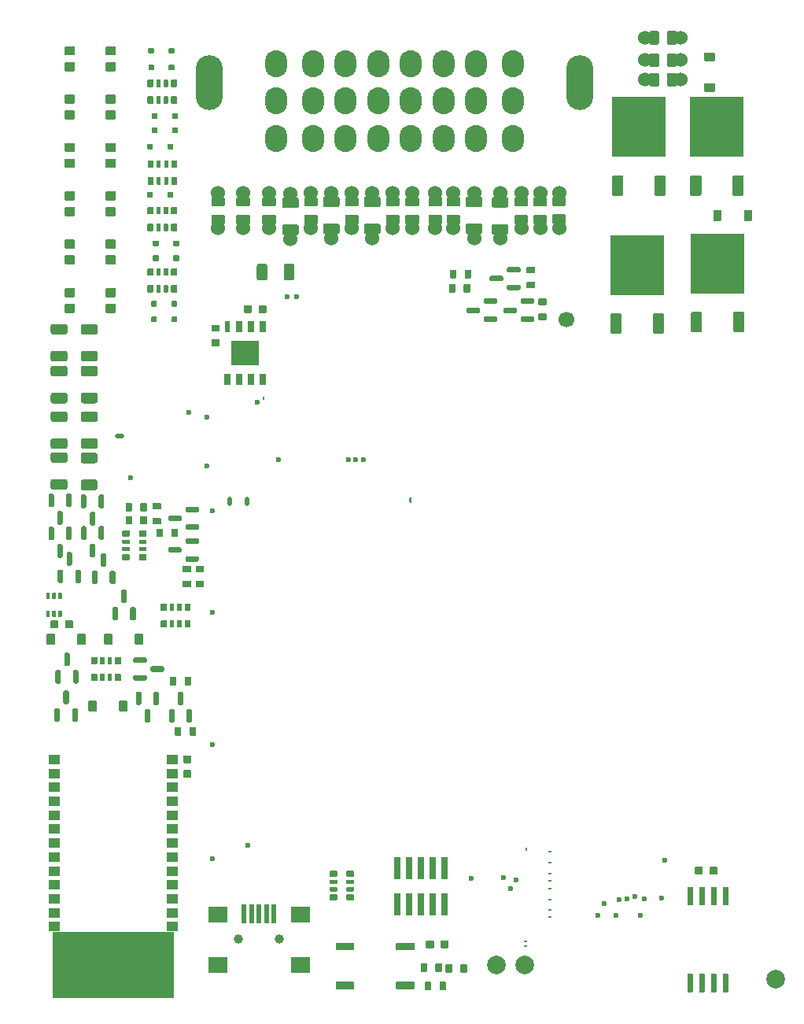
<source format=gts>
G04 #@! TF.GenerationSoftware,KiCad,Pcbnew,(6.0.1)*
G04 #@! TF.CreationDate,2022-03-15T09:01:39+02:00*
G04 #@! TF.ProjectId,alphax_2ch,616c7068-6178-45f3-9263-682e6b696361,b*
G04 #@! TF.SameCoordinates,PX141f5e0PYa2cace0*
G04 #@! TF.FileFunction,Soldermask,Top*
G04 #@! TF.FilePolarity,Negative*
%FSLAX46Y46*%
G04 Gerber Fmt 4.6, Leading zero omitted, Abs format (unit mm)*
G04 Created by KiCad (PCBNEW (6.0.1)) date 2022-03-15 09:01:39*
%MOMM*%
%LPD*%
G01*
G04 APERTURE LIST*
%ADD10C,0.120000*%
%ADD11O,0.399999X0.200000*%
%ADD12C,0.599999*%
%ADD13C,1.524000*%
%ADD14C,2.000000*%
%ADD15C,1.700000*%
%ADD16C,1.000000*%
%ADD17R,0.500000X2.000000*%
%ADD18R,2.000000X1.700000*%
%ADD19R,5.800000X6.400000*%
%ADD20O,0.250000X0.499999*%
%ADD21O,0.499999X0.250000*%
%ADD22O,1.000001X0.499999*%
%ADD23O,0.200000X0.499999*%
%ADD24R,0.650000X1.310000*%
%ADD25R,0.600000X1.310000*%
%ADD26R,1.500000X1.325000*%
%ADD27R,1.300000X1.000000*%
%ADD28O,2.900000X5.900000*%
%ADD29O,2.400000X2.900000*%
%ADD30O,0.499999X1.000001*%
%ADD31R,0.740000X2.400000*%
G04 APERTURE END LIST*
D10*
G04 #@! TO.C,U4*
X6700000Y200000D02*
X6700000Y7200000D01*
X6700000Y7200000D02*
X19700000Y7200000D01*
X19700000Y7200000D02*
X19700000Y200000D01*
X19700000Y200000D02*
X6700000Y200000D01*
G36*
X19700000Y200000D02*
G01*
X6700000Y200000D01*
X6700000Y7200000D01*
X19700000Y7200000D01*
X19700000Y200000D01*
G37*
X19700000Y200000D02*
X6700000Y200000D01*
X6700000Y7200000D01*
X19700000Y7200000D01*
X19700000Y200000D01*
G04 #@! TD*
D11*
G04 #@! TO.C,M4*
X60263525Y8795163D03*
X60263525Y9555142D03*
X60263525Y10730135D03*
X60263525Y11905122D03*
X60263525Y12745034D03*
X60263525Y13495106D03*
X60263525Y14670117D03*
X60263525Y15845114D03*
D12*
X70363132Y10805111D03*
X69938124Y8970101D03*
X69388127Y11020109D03*
X68513168Y10805114D03*
X67663145Y10730107D03*
X67338129Y8970101D03*
X66038162Y10280101D03*
X65388145Y8970101D03*
X72563148Y14895116D03*
X72263146Y10820110D03*
G04 #@! TD*
G04 #@! TO.C,R8*
G36*
G01*
X50461417Y83351578D02*
X49211417Y83351578D01*
G75*
G02*
X49111417Y83451578I0J100000D01*
G01*
X49111417Y84251578D01*
G75*
G02*
X49211417Y84351578I100000J0D01*
G01*
X50461417Y84351578D01*
G75*
G02*
X50561417Y84251578I0J-100000D01*
G01*
X50561417Y83451578D01*
G75*
G02*
X50461417Y83351578I-100000J0D01*
G01*
G37*
D13*
X49836417Y82896579D03*
X49836417Y86706579D03*
G36*
G01*
X50461417Y85251600D02*
X49211417Y85251600D01*
G75*
G02*
X49111417Y85351600I0J100000D01*
G01*
X49111417Y86151600D01*
G75*
G02*
X49211417Y86251600I100000J0D01*
G01*
X50461417Y86251600D01*
G75*
G02*
X50561417Y86151600I0J-100000D01*
G01*
X50561417Y85351600D01*
G75*
G02*
X50461417Y85251600I-100000J0D01*
G01*
G37*
G04 #@! TD*
G04 #@! TO.C,R29*
G36*
G01*
X17510000Y53350000D02*
X18290000Y53350000D01*
G75*
G02*
X18360000Y53280000I0J-70000D01*
G01*
X18360000Y52720000D01*
G75*
G02*
X18290000Y52650000I-70000J0D01*
G01*
X17510000Y52650000D01*
G75*
G02*
X17440000Y52720000I0J70000D01*
G01*
X17440000Y53280000D01*
G75*
G02*
X17510000Y53350000I70000J0D01*
G01*
G37*
G36*
G01*
X17510000Y51750000D02*
X18290000Y51750000D01*
G75*
G02*
X18360000Y51680000I0J-70000D01*
G01*
X18360000Y51120000D01*
G75*
G02*
X18290000Y51050000I-70000J0D01*
G01*
X17510000Y51050000D01*
G75*
G02*
X17440000Y51120000I0J70000D01*
G01*
X17440000Y51680000D01*
G75*
G02*
X17510000Y51750000I70000J0D01*
G01*
G37*
G04 #@! TD*
G04 #@! TO.C,R2*
G36*
G01*
X16900000Y76065000D02*
X16900000Y76735000D01*
G75*
G02*
X16965000Y76800000I65000J0D01*
G01*
X17485000Y76800000D01*
G75*
G02*
X17550000Y76735000I0J-65000D01*
G01*
X17550000Y76065000D01*
G75*
G02*
X17485000Y76000000I-65000J0D01*
G01*
X16965000Y76000000D01*
G75*
G02*
X16900000Y76065000I0J65000D01*
G01*
G37*
G36*
G01*
X17875000Y76045000D02*
X17875000Y76755000D01*
G75*
G02*
X17920000Y76800000I45000J0D01*
G01*
X18280000Y76800000D01*
G75*
G02*
X18325000Y76755000I0J-45000D01*
G01*
X18325000Y76045000D01*
G75*
G02*
X18280000Y76000000I-45000J0D01*
G01*
X17920000Y76000000D01*
G75*
G02*
X17875000Y76045000I0J45000D01*
G01*
G37*
G36*
G01*
X18675000Y76045000D02*
X18675000Y76755000D01*
G75*
G02*
X18720000Y76800000I45000J0D01*
G01*
X19080000Y76800000D01*
G75*
G02*
X19125000Y76755000I0J-45000D01*
G01*
X19125000Y76045000D01*
G75*
G02*
X19080000Y76000000I-45000J0D01*
G01*
X18720000Y76000000D01*
G75*
G02*
X18675000Y76045000I0J45000D01*
G01*
G37*
G36*
G01*
X19450000Y76065000D02*
X19450000Y76735000D01*
G75*
G02*
X19515000Y76800000I65000J0D01*
G01*
X20035000Y76800000D01*
G75*
G02*
X20100000Y76735000I0J-65000D01*
G01*
X20100000Y76065000D01*
G75*
G02*
X20035000Y76000000I-65000J0D01*
G01*
X19515000Y76000000D01*
G75*
G02*
X19450000Y76065000I0J65000D01*
G01*
G37*
G36*
G01*
X19450000Y77865000D02*
X19450000Y78535000D01*
G75*
G02*
X19515000Y78600000I65000J0D01*
G01*
X20035000Y78600000D01*
G75*
G02*
X20100000Y78535000I0J-65000D01*
G01*
X20100000Y77865000D01*
G75*
G02*
X20035000Y77800000I-65000J0D01*
G01*
X19515000Y77800000D01*
G75*
G02*
X19450000Y77865000I0J65000D01*
G01*
G37*
G36*
G01*
X18675000Y77845000D02*
X18675000Y78555000D01*
G75*
G02*
X18720000Y78600000I45000J0D01*
G01*
X19080000Y78600000D01*
G75*
G02*
X19125000Y78555000I0J-45000D01*
G01*
X19125000Y77845000D01*
G75*
G02*
X19080000Y77800000I-45000J0D01*
G01*
X18720000Y77800000D01*
G75*
G02*
X18675000Y77845000I0J45000D01*
G01*
G37*
G36*
G01*
X17875000Y77845000D02*
X17875000Y78555000D01*
G75*
G02*
X17920000Y78600000I45000J0D01*
G01*
X18280000Y78600000D01*
G75*
G02*
X18325000Y78555000I0J-45000D01*
G01*
X18325000Y77845000D01*
G75*
G02*
X18280000Y77800000I-45000J0D01*
G01*
X17920000Y77800000D01*
G75*
G02*
X17875000Y77845000I0J45000D01*
G01*
G37*
G36*
G01*
X16900000Y77865000D02*
X16900000Y78535000D01*
G75*
G02*
X16965000Y78600000I65000J0D01*
G01*
X17485000Y78600000D01*
G75*
G02*
X17550000Y78535000I0J-65000D01*
G01*
X17550000Y77865000D01*
G75*
G02*
X17485000Y77800000I-65000J0D01*
G01*
X16965000Y77800000D01*
G75*
G02*
X16900000Y77865000I0J65000D01*
G01*
G37*
G04 #@! TD*
G04 #@! TO.C,R4*
G36*
G01*
X20124000Y90147000D02*
X20124000Y89477000D01*
G75*
G02*
X20059000Y89412000I-65000J0D01*
G01*
X19539000Y89412000D01*
G75*
G02*
X19474000Y89477000I0J65000D01*
G01*
X19474000Y90147000D01*
G75*
G02*
X19539000Y90212000I65000J0D01*
G01*
X20059000Y90212000D01*
G75*
G02*
X20124000Y90147000I0J-65000D01*
G01*
G37*
G36*
G01*
X19149000Y90167000D02*
X19149000Y89457000D01*
G75*
G02*
X19104000Y89412000I-45000J0D01*
G01*
X18744000Y89412000D01*
G75*
G02*
X18699000Y89457000I0J45000D01*
G01*
X18699000Y90167000D01*
G75*
G02*
X18744000Y90212000I45000J0D01*
G01*
X19104000Y90212000D01*
G75*
G02*
X19149000Y90167000I0J-45000D01*
G01*
G37*
G36*
G01*
X18349000Y90167000D02*
X18349000Y89457000D01*
G75*
G02*
X18304000Y89412000I-45000J0D01*
G01*
X17944000Y89412000D01*
G75*
G02*
X17899000Y89457000I0J45000D01*
G01*
X17899000Y90167000D01*
G75*
G02*
X17944000Y90212000I45000J0D01*
G01*
X18304000Y90212000D01*
G75*
G02*
X18349000Y90167000I0J-45000D01*
G01*
G37*
G36*
G01*
X17574000Y90147000D02*
X17574000Y89477000D01*
G75*
G02*
X17509000Y89412000I-65000J0D01*
G01*
X16989000Y89412000D01*
G75*
G02*
X16924000Y89477000I0J65000D01*
G01*
X16924000Y90147000D01*
G75*
G02*
X16989000Y90212000I65000J0D01*
G01*
X17509000Y90212000D01*
G75*
G02*
X17574000Y90147000I0J-65000D01*
G01*
G37*
G36*
G01*
X17574000Y88347000D02*
X17574000Y87677000D01*
G75*
G02*
X17509000Y87612000I-65000J0D01*
G01*
X16989000Y87612000D01*
G75*
G02*
X16924000Y87677000I0J65000D01*
G01*
X16924000Y88347000D01*
G75*
G02*
X16989000Y88412000I65000J0D01*
G01*
X17509000Y88412000D01*
G75*
G02*
X17574000Y88347000I0J-65000D01*
G01*
G37*
G36*
G01*
X18349000Y88367000D02*
X18349000Y87657000D01*
G75*
G02*
X18304000Y87612000I-45000J0D01*
G01*
X17944000Y87612000D01*
G75*
G02*
X17899000Y87657000I0J45000D01*
G01*
X17899000Y88367000D01*
G75*
G02*
X17944000Y88412000I45000J0D01*
G01*
X18304000Y88412000D01*
G75*
G02*
X18349000Y88367000I0J-45000D01*
G01*
G37*
G36*
G01*
X19149000Y88367000D02*
X19149000Y87657000D01*
G75*
G02*
X19104000Y87612000I-45000J0D01*
G01*
X18744000Y87612000D01*
G75*
G02*
X18699000Y87657000I0J45000D01*
G01*
X18699000Y88367000D01*
G75*
G02*
X18744000Y88412000I45000J0D01*
G01*
X19104000Y88412000D01*
G75*
G02*
X19149000Y88367000I0J-45000D01*
G01*
G37*
G36*
G01*
X20124000Y88347000D02*
X20124000Y87677000D01*
G75*
G02*
X20059000Y87612000I-65000J0D01*
G01*
X19539000Y87612000D01*
G75*
G02*
X19474000Y87677000I0J65000D01*
G01*
X19474000Y88347000D01*
G75*
G02*
X19539000Y88412000I65000J0D01*
G01*
X20059000Y88412000D01*
G75*
G02*
X20124000Y88347000I0J-65000D01*
G01*
G37*
G04 #@! TD*
G04 #@! TO.C,C3*
G36*
G01*
X20860000Y26215001D02*
X21540000Y26215001D01*
G75*
G02*
X21625000Y26130001I0J-85000D01*
G01*
X21625000Y25450001D01*
G75*
G02*
X21540000Y25365001I-85000J0D01*
G01*
X20860000Y25365001D01*
G75*
G02*
X20775000Y25450001I0J85000D01*
G01*
X20775000Y26130001D01*
G75*
G02*
X20860000Y26215001I85000J0D01*
G01*
G37*
G36*
G01*
X20860000Y24634999D02*
X21540000Y24634999D01*
G75*
G02*
X21625000Y24549999I0J-85000D01*
G01*
X21625000Y23869999D01*
G75*
G02*
X21540000Y23784999I-85000J0D01*
G01*
X20860000Y23784999D01*
G75*
G02*
X20775000Y23869999I0J85000D01*
G01*
X20775000Y24549999D01*
G75*
G02*
X20860000Y24634999I85000J0D01*
G01*
G37*
G04 #@! TD*
G04 #@! TO.C,R9*
X47882571Y82918049D03*
G36*
G01*
X48507571Y83373048D02*
X47257571Y83373048D01*
G75*
G02*
X47157571Y83473048I0J100000D01*
G01*
X47157571Y84273048D01*
G75*
G02*
X47257571Y84373048I100000J0D01*
G01*
X48507571Y84373048D01*
G75*
G02*
X48607571Y84273048I0J-100000D01*
G01*
X48607571Y83473048D01*
G75*
G02*
X48507571Y83373048I-100000J0D01*
G01*
G37*
G36*
G01*
X48507571Y85273070D02*
X47257571Y85273070D01*
G75*
G02*
X47157571Y85373070I0J100000D01*
G01*
X47157571Y86173070D01*
G75*
G02*
X47257571Y86273070I100000J0D01*
G01*
X48507571Y86273070D01*
G75*
G02*
X48607571Y86173070I0J-100000D01*
G01*
X48607571Y85373070D01*
G75*
G02*
X48507571Y85273070I-100000J0D01*
G01*
G37*
X47882571Y86728049D03*
G04 #@! TD*
G04 #@! TO.C,R21*
G36*
G01*
X8300000Y60094990D02*
X8300000Y59404990D01*
G75*
G02*
X8070000Y59174990I-230000J0D01*
G01*
X6730000Y59174990D01*
G75*
G02*
X6500000Y59404990I0J230000D01*
G01*
X6500000Y60094990D01*
G75*
G02*
X6730000Y60324990I230000J0D01*
G01*
X8070000Y60324990D01*
G75*
G02*
X8300000Y60094990I0J-230000D01*
G01*
G37*
G36*
G01*
X8300000Y62995010D02*
X8300000Y62305010D01*
G75*
G02*
X8070000Y62075010I-230000J0D01*
G01*
X6730000Y62075010D01*
G75*
G02*
X6500000Y62305010I0J230000D01*
G01*
X6500000Y62995010D01*
G75*
G02*
X6730000Y63225010I230000J0D01*
G01*
X8070000Y63225010D01*
G75*
G02*
X8300000Y62995010I0J-230000D01*
G01*
G37*
G04 #@! TD*
D14*
G04 #@! TO.C,J5*
X54500000Y3650000D03*
G04 #@! TD*
D13*
G04 #@! TO.C,F4*
X36700000Y86750000D03*
G36*
G01*
X35800000Y85405010D02*
X35800000Y86095010D01*
G75*
G02*
X36030000Y86325010I230000J0D01*
G01*
X37370000Y86325010D01*
G75*
G02*
X37600000Y86095010I0J-230000D01*
G01*
X37600000Y85405010D01*
G75*
G02*
X37370000Y85175010I-230000J0D01*
G01*
X36030000Y85175010D01*
G75*
G02*
X35800000Y85405010I0J230000D01*
G01*
G37*
X36700000Y81850000D03*
G36*
G01*
X35800000Y82504990D02*
X35800000Y83194990D01*
G75*
G02*
X36030000Y83424990I230000J0D01*
G01*
X37370000Y83424990D01*
G75*
G02*
X37600000Y83194990I0J-230000D01*
G01*
X37600000Y82504990D01*
G75*
G02*
X37370000Y82274990I-230000J0D01*
G01*
X36030000Y82274990D01*
G75*
G02*
X35800000Y82504990I0J230000D01*
G01*
G37*
G04 #@! TD*
G04 #@! TO.C,Q13*
G36*
G01*
X57075000Y76700000D02*
X57075000Y76400000D01*
G75*
G02*
X56925000Y76250000I-150000J0D01*
G01*
X55750000Y76250000D01*
G75*
G02*
X55600000Y76400000I0J150000D01*
G01*
X55600000Y76700000D01*
G75*
G02*
X55750000Y76850000I150000J0D01*
G01*
X56925000Y76850000D01*
G75*
G02*
X57075000Y76700000I0J-150000D01*
G01*
G37*
G36*
G01*
X55200000Y77650000D02*
X55200000Y77350000D01*
G75*
G02*
X55050000Y77200000I-150000J0D01*
G01*
X53875000Y77200000D01*
G75*
G02*
X53725000Y77350000I0J150000D01*
G01*
X53725000Y77650000D01*
G75*
G02*
X53875000Y77800000I150000J0D01*
G01*
X55050000Y77800000D01*
G75*
G02*
X55200000Y77650000I0J-150000D01*
G01*
G37*
G36*
G01*
X57075000Y78600000D02*
X57075000Y78300000D01*
G75*
G02*
X56925000Y78150000I-150000J0D01*
G01*
X55750000Y78150000D01*
G75*
G02*
X55600000Y78300000I0J150000D01*
G01*
X55600000Y78600000D01*
G75*
G02*
X55750000Y78750000I150000J0D01*
G01*
X56925000Y78750000D01*
G75*
G02*
X57075000Y78600000I0J-150000D01*
G01*
G37*
G04 #@! TD*
G04 #@! TO.C,D1*
G36*
G01*
X17561499Y80000000D02*
X18041499Y80000000D01*
G75*
G02*
X18101499Y79940000I0J-60000D01*
G01*
X18101499Y79460000D01*
G75*
G02*
X18041499Y79400000I-60000J0D01*
G01*
X17561499Y79400000D01*
G75*
G02*
X17501499Y79460000I0J60000D01*
G01*
X17501499Y79940000D01*
G75*
G02*
X17561499Y80000000I60000J0D01*
G01*
G37*
G36*
G01*
X19761499Y80000000D02*
X20241499Y80000000D01*
G75*
G02*
X20301499Y79940000I0J-60000D01*
G01*
X20301499Y79460000D01*
G75*
G02*
X20241499Y79400000I-60000J0D01*
G01*
X19761499Y79400000D01*
G75*
G02*
X19701499Y79460000I0J60000D01*
G01*
X19701499Y79940000D01*
G75*
G02*
X19761499Y80000000I60000J0D01*
G01*
G37*
G04 #@! TD*
G04 #@! TO.C,D15*
G36*
G01*
X13399998Y84200001D02*
X12499998Y84200001D01*
G75*
G02*
X12399998Y84300001I0J100000D01*
G01*
X12399998Y85100001D01*
G75*
G02*
X12499998Y85200001I100000J0D01*
G01*
X13399998Y85200001D01*
G75*
G02*
X13499998Y85100001I0J-100000D01*
G01*
X13499998Y84300001D01*
G75*
G02*
X13399998Y84200001I-100000J0D01*
G01*
G37*
G36*
G01*
X13399998Y85900001D02*
X12499998Y85900001D01*
G75*
G02*
X12399998Y86000001I0J100000D01*
G01*
X12399998Y86800001D01*
G75*
G02*
X12499998Y86900001I100000J0D01*
G01*
X13399998Y86900001D01*
G75*
G02*
X13499998Y86800001I0J-100000D01*
G01*
X13499998Y86000001D01*
G75*
G02*
X13399998Y85900001I-100000J0D01*
G01*
G37*
G04 #@! TD*
G04 #@! TO.C,C1*
G36*
G01*
X27284999Y73860000D02*
X27284999Y74540000D01*
G75*
G02*
X27369999Y74625000I85000J0D01*
G01*
X28049999Y74625000D01*
G75*
G02*
X28134999Y74540000I0J-85000D01*
G01*
X28134999Y73860000D01*
G75*
G02*
X28049999Y73775000I-85000J0D01*
G01*
X27369999Y73775000D01*
G75*
G02*
X27284999Y73860000I0J85000D01*
G01*
G37*
G36*
G01*
X28865001Y73860000D02*
X28865001Y74540000D01*
G75*
G02*
X28950001Y74625000I85000J0D01*
G01*
X29630001Y74625000D01*
G75*
G02*
X29715001Y74540000I0J-85000D01*
G01*
X29715001Y73860000D01*
G75*
G02*
X29630001Y73775000I-85000J0D01*
G01*
X28950001Y73775000D01*
G75*
G02*
X28865001Y73860000I0J85000D01*
G01*
G37*
G04 #@! TD*
G04 #@! TO.C,S1*
G36*
G01*
X43730000Y6050001D02*
X45570000Y6050001D01*
G75*
G02*
X45650000Y5970001I0J-80000D01*
G01*
X45650000Y5330001D01*
G75*
G02*
X45570000Y5250001I-80000J0D01*
G01*
X43730000Y5250001D01*
G75*
G02*
X43650000Y5330001I0J80000D01*
G01*
X43650000Y5970001D01*
G75*
G02*
X43730000Y6050001I80000J0D01*
G01*
G37*
G36*
G01*
X43730000Y1850000D02*
X45570000Y1850000D01*
G75*
G02*
X45650000Y1770000I0J-80000D01*
G01*
X45650000Y1130000D01*
G75*
G02*
X45570000Y1050000I-80000J0D01*
G01*
X43730000Y1050000D01*
G75*
G02*
X43650000Y1130000I0J80000D01*
G01*
X43650000Y1770000D01*
G75*
G02*
X43730000Y1850000I80000J0D01*
G01*
G37*
G04 #@! TD*
G04 #@! TO.C,D6*
G36*
G01*
X17058502Y102312502D02*
X17538502Y102312502D01*
G75*
G02*
X17598502Y102252502I0J-60000D01*
G01*
X17598502Y101772502D01*
G75*
G02*
X17538502Y101712502I-60000J0D01*
G01*
X17058502Y101712502D01*
G75*
G02*
X16998502Y101772502I0J60000D01*
G01*
X16998502Y102252502D01*
G75*
G02*
X17058502Y102312502I60000J0D01*
G01*
G37*
G36*
G01*
X19258502Y102312502D02*
X19738502Y102312502D01*
G75*
G02*
X19798502Y102252502I0J-60000D01*
G01*
X19798502Y101772502D01*
G75*
G02*
X19738502Y101712502I-60000J0D01*
G01*
X19258502Y101712502D01*
G75*
G02*
X19198502Y101772502I0J60000D01*
G01*
X19198502Y102252502D01*
G75*
G02*
X19258502Y102312502I60000J0D01*
G01*
G37*
G04 #@! TD*
G04 #@! TO.C,C4*
G36*
G01*
X49315001Y6240000D02*
X49315001Y5560000D01*
G75*
G02*
X49230001Y5475000I-85000J0D01*
G01*
X48550001Y5475000D01*
G75*
G02*
X48465001Y5560000I0J85000D01*
G01*
X48465001Y6240000D01*
G75*
G02*
X48550001Y6325000I85000J0D01*
G01*
X49230001Y6325000D01*
G75*
G02*
X49315001Y6240000I0J-85000D01*
G01*
G37*
G36*
G01*
X47734999Y6240000D02*
X47734999Y5560000D01*
G75*
G02*
X47649999Y5475000I-85000J0D01*
G01*
X46969999Y5475000D01*
G75*
G02*
X46884999Y5560000I0J85000D01*
G01*
X46884999Y6240000D01*
G75*
G02*
X46969999Y6325000I85000J0D01*
G01*
X47649999Y6325000D01*
G75*
G02*
X47734999Y6240000I0J-85000D01*
G01*
G37*
G04 #@! TD*
G04 #@! TO.C,Q1*
G36*
G01*
X7350000Y29825000D02*
X7050000Y29825000D01*
G75*
G02*
X6900000Y29975000I0J150000D01*
G01*
X6900000Y31150000D01*
G75*
G02*
X7050000Y31300000I150000J0D01*
G01*
X7350000Y31300000D01*
G75*
G02*
X7500000Y31150000I0J-150000D01*
G01*
X7500000Y29975000D01*
G75*
G02*
X7350000Y29825000I-150000J0D01*
G01*
G37*
G36*
G01*
X8300000Y31700000D02*
X8000000Y31700000D01*
G75*
G02*
X7850000Y31850000I0J150000D01*
G01*
X7850000Y33025000D01*
G75*
G02*
X8000000Y33175000I150000J0D01*
G01*
X8300000Y33175000D01*
G75*
G02*
X8450000Y33025000I0J-150000D01*
G01*
X8450000Y31850000D01*
G75*
G02*
X8300000Y31700000I-150000J0D01*
G01*
G37*
G36*
G01*
X9250000Y29825000D02*
X8950000Y29825000D01*
G75*
G02*
X8800000Y29975000I0J150000D01*
G01*
X8800000Y31150000D01*
G75*
G02*
X8950000Y31300000I150000J0D01*
G01*
X9250000Y31300000D01*
G75*
G02*
X9400000Y31150000I0J-150000D01*
G01*
X9400000Y29975000D01*
G75*
G02*
X9250000Y29825000I-150000J0D01*
G01*
G37*
G04 #@! TD*
G04 #@! TO.C,R24*
G36*
G01*
X8300000Y64994990D02*
X8300000Y64304990D01*
G75*
G02*
X8070000Y64074990I-230000J0D01*
G01*
X6730000Y64074990D01*
G75*
G02*
X6500000Y64304990I0J230000D01*
G01*
X6500000Y64994990D01*
G75*
G02*
X6730000Y65224990I230000J0D01*
G01*
X8070000Y65224990D01*
G75*
G02*
X8300000Y64994990I0J-230000D01*
G01*
G37*
G36*
G01*
X8300000Y67895010D02*
X8300000Y67205010D01*
G75*
G02*
X8070000Y66975010I-230000J0D01*
G01*
X6730000Y66975010D01*
G75*
G02*
X6500000Y67205010I0J230000D01*
G01*
X6500000Y67895010D01*
G75*
G02*
X6730000Y68125010I230000J0D01*
G01*
X8070000Y68125010D01*
G75*
G02*
X8300000Y67895010I0J-230000D01*
G01*
G37*
G04 #@! TD*
G04 #@! TO.C,D28*
G36*
G01*
X10250000Y39210000D02*
X10250000Y38190000D01*
G75*
G02*
X10160000Y38100000I-90000J0D01*
G01*
X9440000Y38100000D01*
G75*
G02*
X9350000Y38190000I0J90000D01*
G01*
X9350000Y39210000D01*
G75*
G02*
X9440000Y39300000I90000J0D01*
G01*
X10160000Y39300000D01*
G75*
G02*
X10250000Y39210000I0J-90000D01*
G01*
G37*
G36*
G01*
X6950000Y39210000D02*
X6950000Y38190000D01*
G75*
G02*
X6860000Y38100000I-90000J0D01*
G01*
X6140000Y38100000D01*
G75*
G02*
X6050000Y38190000I0J90000D01*
G01*
X6050000Y39210000D01*
G75*
G02*
X6140000Y39300000I90000J0D01*
G01*
X6860000Y39300000D01*
G75*
G02*
X6950000Y39210000I0J-90000D01*
G01*
G37*
G04 #@! TD*
G04 #@! TO.C,D12*
G36*
G01*
X13399998Y79000001D02*
X12499998Y79000001D01*
G75*
G02*
X12399998Y79100001I0J100000D01*
G01*
X12399998Y79900001D01*
G75*
G02*
X12499998Y80000001I100000J0D01*
G01*
X13399998Y80000001D01*
G75*
G02*
X13499998Y79900001I0J-100000D01*
G01*
X13499998Y79100001D01*
G75*
G02*
X13399998Y79000001I-100000J0D01*
G01*
G37*
G36*
G01*
X13399998Y80700001D02*
X12499998Y80700001D01*
G75*
G02*
X12399998Y80800001I0J100000D01*
G01*
X12399998Y81600001D01*
G75*
G02*
X12499998Y81700001I100000J0D01*
G01*
X13399998Y81700001D01*
G75*
G02*
X13499998Y81600001I0J-100000D01*
G01*
X13499998Y80800001D01*
G75*
G02*
X13399998Y80700001I-100000J0D01*
G01*
G37*
G04 #@! TD*
D15*
G04 #@! TO.C,P2*
X61958000Y73100000D03*
G04 #@! TD*
G04 #@! TO.C,R38*
G36*
G01*
X19850000Y28410000D02*
X19850000Y29190000D01*
G75*
G02*
X19920000Y29260000I70000J0D01*
G01*
X20480000Y29260000D01*
G75*
G02*
X20550000Y29190000I0J-70000D01*
G01*
X20550000Y28410000D01*
G75*
G02*
X20480000Y28340000I-70000J0D01*
G01*
X19920000Y28340000D01*
G75*
G02*
X19850000Y28410000I0J70000D01*
G01*
G37*
G36*
G01*
X21450000Y28410000D02*
X21450000Y29190000D01*
G75*
G02*
X21520000Y29260000I70000J0D01*
G01*
X22080000Y29260000D01*
G75*
G02*
X22150000Y29190000I0J-70000D01*
G01*
X22150000Y28410000D01*
G75*
G02*
X22080000Y28340000I-70000J0D01*
G01*
X21520000Y28340000D01*
G75*
G02*
X21450000Y28410000I0J70000D01*
G01*
G37*
G04 #@! TD*
G04 #@! TO.C,D22*
G36*
G01*
X17060000Y100500000D02*
X17540000Y100500000D01*
G75*
G02*
X17600000Y100440000I0J-60000D01*
G01*
X17600000Y99960000D01*
G75*
G02*
X17540000Y99900000I-60000J0D01*
G01*
X17060000Y99900000D01*
G75*
G02*
X17000000Y99960000I0J60000D01*
G01*
X17000000Y100440000D01*
G75*
G02*
X17060000Y100500000I60000J0D01*
G01*
G37*
G36*
G01*
X19260000Y100500000D02*
X19740000Y100500000D01*
G75*
G02*
X19800000Y100440000I0J-60000D01*
G01*
X19800000Y99960000D01*
G75*
G02*
X19740000Y99900000I-60000J0D01*
G01*
X19260000Y99900000D01*
G75*
G02*
X19200000Y99960000I0J60000D01*
G01*
X19200000Y100440000D01*
G75*
G02*
X19260000Y100500000I60000J0D01*
G01*
G37*
G04 #@! TD*
G04 #@! TO.C,R32*
G36*
G01*
X51650000Y76856000D02*
X51650000Y76076000D01*
G75*
G02*
X51580000Y76006000I-70000J0D01*
G01*
X51020000Y76006000D01*
G75*
G02*
X50950000Y76076000I0J70000D01*
G01*
X50950000Y76856000D01*
G75*
G02*
X51020000Y76926000I70000J0D01*
G01*
X51580000Y76926000D01*
G75*
G02*
X51650000Y76856000I0J-70000D01*
G01*
G37*
G36*
G01*
X50050000Y76856000D02*
X50050000Y76076000D01*
G75*
G02*
X49980000Y76006000I-70000J0D01*
G01*
X49420000Y76006000D01*
G75*
G02*
X49350000Y76076000I0J70000D01*
G01*
X49350000Y76856000D01*
G75*
G02*
X49420000Y76926000I70000J0D01*
G01*
X49980000Y76926000D01*
G75*
G02*
X50050000Y76856000I0J-70000D01*
G01*
G37*
G04 #@! TD*
G04 #@! TO.C,D11*
G36*
G01*
X13399998Y94600001D02*
X12499998Y94600001D01*
G75*
G02*
X12399998Y94700001I0J100000D01*
G01*
X12399998Y95500001D01*
G75*
G02*
X12499998Y95600001I100000J0D01*
G01*
X13399998Y95600001D01*
G75*
G02*
X13499998Y95500001I0J-100000D01*
G01*
X13499998Y94700001D01*
G75*
G02*
X13399998Y94600001I-100000J0D01*
G01*
G37*
G36*
G01*
X13399998Y96300001D02*
X12499998Y96300001D01*
G75*
G02*
X12399998Y96400001I0J100000D01*
G01*
X12399998Y97200001D01*
G75*
G02*
X12499998Y97300001I100000J0D01*
G01*
X13399998Y97300001D01*
G75*
G02*
X13499998Y97200001I0J-100000D01*
G01*
X13499998Y96400001D01*
G75*
G02*
X13399998Y96300001I-100000J0D01*
G01*
G37*
G04 #@! TD*
D13*
G04 #@! TO.C,R11*
X24500000Y82895000D03*
G36*
G01*
X25125000Y83349999D02*
X23875000Y83349999D01*
G75*
G02*
X23775000Y83449999I0J100000D01*
G01*
X23775000Y84249999D01*
G75*
G02*
X23875000Y84349999I100000J0D01*
G01*
X25125000Y84349999D01*
G75*
G02*
X25225000Y84249999I0J-100000D01*
G01*
X25225000Y83449999D01*
G75*
G02*
X25125000Y83349999I-100000J0D01*
G01*
G37*
G36*
G01*
X25125000Y85250021D02*
X23875000Y85250021D01*
G75*
G02*
X23775000Y85350021I0J100000D01*
G01*
X23775000Y86150021D01*
G75*
G02*
X23875000Y86250021I100000J0D01*
G01*
X25125000Y86250021D01*
G75*
G02*
X25225000Y86150021I0J-100000D01*
G01*
X25225000Y85350021D01*
G75*
G02*
X25125000Y85250021I-100000J0D01*
G01*
G37*
X24500000Y86705000D03*
G04 #@! TD*
G04 #@! TO.C,R6*
X74305000Y103400000D03*
G36*
G01*
X73850001Y104025000D02*
X73850001Y102775000D01*
G75*
G02*
X73750001Y102675000I-100000J0D01*
G01*
X72950001Y102675000D01*
G75*
G02*
X72850001Y102775000I0J100000D01*
G01*
X72850001Y104025000D01*
G75*
G02*
X72950001Y104125000I100000J0D01*
G01*
X73750001Y104125000D01*
G75*
G02*
X73850001Y104025000I0J-100000D01*
G01*
G37*
G36*
G01*
X71949979Y104025000D02*
X71949979Y102775000D01*
G75*
G02*
X71849979Y102675000I-100000J0D01*
G01*
X71049979Y102675000D01*
G75*
G02*
X70949979Y102775000I0J100000D01*
G01*
X70949979Y104025000D01*
G75*
G02*
X71049979Y104125000I100000J0D01*
G01*
X71849979Y104125000D01*
G75*
G02*
X71949979Y104025000I0J-100000D01*
G01*
G37*
X70495000Y103400000D03*
G04 #@! TD*
D16*
G04 #@! TO.C,J1*
X31100000Y6475000D03*
X26700000Y6475000D03*
D17*
X27300000Y9175000D03*
X28100000Y9175000D03*
X28900000Y9175000D03*
X29700000Y9175000D03*
X30500000Y9175000D03*
D18*
X24450000Y9075000D03*
X33350000Y9075000D03*
X24450000Y3625000D03*
X33350000Y3625000D03*
G04 #@! TD*
G04 #@! TO.C,R36*
G36*
G01*
X11522072Y55654980D02*
X11522072Y54964980D01*
G75*
G02*
X11292072Y54734980I-230000J0D01*
G01*
X9952072Y54734980D01*
G75*
G02*
X9722072Y54964980I0J230000D01*
G01*
X9722072Y55654980D01*
G75*
G02*
X9952072Y55884980I230000J0D01*
G01*
X11292072Y55884980D01*
G75*
G02*
X11522072Y55654980I0J-230000D01*
G01*
G37*
G36*
G01*
X11522072Y58555000D02*
X11522072Y57865000D01*
G75*
G02*
X11292072Y57635000I-230000J0D01*
G01*
X9952072Y57635000D01*
G75*
G02*
X9722072Y57865000I0J230000D01*
G01*
X9722072Y58555000D01*
G75*
G02*
X9952072Y58785000I230000J0D01*
G01*
X11292072Y58785000D01*
G75*
G02*
X11522072Y58555000I0J-230000D01*
G01*
G37*
G04 #@! TD*
G04 #@! TO.C,Q8*
G36*
G01*
X76400000Y86400000D02*
X75440000Y86400000D01*
G75*
G02*
X75320000Y86520000I0J120000D01*
G01*
X75320000Y88480000D01*
G75*
G02*
X75440000Y88600000I120000J0D01*
G01*
X76400000Y88600000D01*
G75*
G02*
X76520000Y88480000I0J-120000D01*
G01*
X76520000Y86520000D01*
G75*
G02*
X76400000Y86400000I-120000J0D01*
G01*
G37*
D19*
X78200000Y93800000D03*
G36*
G01*
X80960000Y86400000D02*
X80000000Y86400000D01*
G75*
G02*
X79880000Y86520000I0J120000D01*
G01*
X79880000Y88480000D01*
G75*
G02*
X80000000Y88600000I120000J0D01*
G01*
X80960000Y88600000D01*
G75*
G02*
X81080000Y88480000I0J-120000D01*
G01*
X81080000Y86520000D01*
G75*
G02*
X80960000Y86400000I-120000J0D01*
G01*
G37*
G04 #@! TD*
G04 #@! TO.C,Q4*
G36*
G01*
X8300000Y50825000D02*
X8600000Y50825000D01*
G75*
G02*
X8750000Y50675000I0J-150000D01*
G01*
X8750000Y49500000D01*
G75*
G02*
X8600000Y49350000I-150000J0D01*
G01*
X8300000Y49350000D01*
G75*
G02*
X8150000Y49500000I0J150000D01*
G01*
X8150000Y50675000D01*
G75*
G02*
X8300000Y50825000I150000J0D01*
G01*
G37*
G36*
G01*
X7350000Y48950000D02*
X7650000Y48950000D01*
G75*
G02*
X7800000Y48800000I0J-150000D01*
G01*
X7800000Y47625000D01*
G75*
G02*
X7650000Y47475000I-150000J0D01*
G01*
X7350000Y47475000D01*
G75*
G02*
X7200000Y47625000I0J150000D01*
G01*
X7200000Y48800000D01*
G75*
G02*
X7350000Y48950000I150000J0D01*
G01*
G37*
G36*
G01*
X6400000Y50825000D02*
X6700000Y50825000D01*
G75*
G02*
X6850000Y50675000I0J-150000D01*
G01*
X6850000Y49500000D01*
G75*
G02*
X6700000Y49350000I-150000J0D01*
G01*
X6400000Y49350000D01*
G75*
G02*
X6250000Y49500000I0J150000D01*
G01*
X6250000Y50675000D01*
G75*
G02*
X6400000Y50825000I150000J0D01*
G01*
G37*
G04 #@! TD*
G04 #@! TO.C,Q3*
G36*
G01*
X7450000Y33925000D02*
X7150000Y33925000D01*
G75*
G02*
X7000000Y34075000I0J150000D01*
G01*
X7000000Y35250000D01*
G75*
G02*
X7150000Y35400000I150000J0D01*
G01*
X7450000Y35400000D01*
G75*
G02*
X7600000Y35250000I0J-150000D01*
G01*
X7600000Y34075000D01*
G75*
G02*
X7450000Y33925000I-150000J0D01*
G01*
G37*
G36*
G01*
X8400000Y35800000D02*
X8100000Y35800000D01*
G75*
G02*
X7950000Y35950000I0J150000D01*
G01*
X7950000Y37125000D01*
G75*
G02*
X8100000Y37275000I150000J0D01*
G01*
X8400000Y37275000D01*
G75*
G02*
X8550000Y37125000I0J-150000D01*
G01*
X8550000Y35950000D01*
G75*
G02*
X8400000Y35800000I-150000J0D01*
G01*
G37*
G36*
G01*
X9350000Y33925000D02*
X9050000Y33925000D01*
G75*
G02*
X8900000Y34075000I0J150000D01*
G01*
X8900000Y35250000D01*
G75*
G02*
X9050000Y35400000I150000J0D01*
G01*
X9350000Y35400000D01*
G75*
G02*
X9500000Y35250000I0J-150000D01*
G01*
X9500000Y34075000D01*
G75*
G02*
X9350000Y33925000I-150000J0D01*
G01*
G37*
G04 #@! TD*
G04 #@! TO.C,R30*
G36*
G01*
X59808000Y73050000D02*
X59028000Y73050000D01*
G75*
G02*
X58958000Y73120000I0J70000D01*
G01*
X58958000Y73680000D01*
G75*
G02*
X59028000Y73750000I70000J0D01*
G01*
X59808000Y73750000D01*
G75*
G02*
X59878000Y73680000I0J-70000D01*
G01*
X59878000Y73120000D01*
G75*
G02*
X59808000Y73050000I-70000J0D01*
G01*
G37*
G36*
G01*
X59808000Y74650000D02*
X59028000Y74650000D01*
G75*
G02*
X58958000Y74720000I0J70000D01*
G01*
X58958000Y75280000D01*
G75*
G02*
X59028000Y75350000I70000J0D01*
G01*
X59808000Y75350000D01*
G75*
G02*
X59878000Y75280000I0J-70000D01*
G01*
X59878000Y74720000D01*
G75*
G02*
X59808000Y74650000I-70000J0D01*
G01*
G37*
G04 #@! TD*
G04 #@! TO.C,R41*
G36*
G01*
X20760000Y46600000D02*
X21540000Y46600000D01*
G75*
G02*
X21610000Y46530000I0J-70000D01*
G01*
X21610000Y45970000D01*
G75*
G02*
X21540000Y45900000I-70000J0D01*
G01*
X20760000Y45900000D01*
G75*
G02*
X20690000Y45970000I0J70000D01*
G01*
X20690000Y46530000D01*
G75*
G02*
X20760000Y46600000I70000J0D01*
G01*
G37*
G36*
G01*
X20760000Y45000000D02*
X21540000Y45000000D01*
G75*
G02*
X21610000Y44930000I0J-70000D01*
G01*
X21610000Y44370000D01*
G75*
G02*
X21540000Y44300000I-70000J0D01*
G01*
X20760000Y44300000D01*
G75*
G02*
X20690000Y44370000I0J70000D01*
G01*
X20690000Y44930000D01*
G75*
G02*
X20760000Y45000000I70000J0D01*
G01*
G37*
G04 #@! TD*
G04 #@! TO.C,U2*
G36*
G01*
X7340000Y43675000D02*
X7660000Y43675000D01*
G75*
G02*
X7700000Y43635000I0J-40000D01*
G01*
X7700000Y43065000D01*
G75*
G02*
X7660000Y43025000I-40000J0D01*
G01*
X7340000Y43025000D01*
G75*
G02*
X7300000Y43065000I0J40000D01*
G01*
X7300000Y43635000D01*
G75*
G02*
X7340000Y43675000I40000J0D01*
G01*
G37*
G36*
G01*
X6690000Y43675000D02*
X7010000Y43675000D01*
G75*
G02*
X7050000Y43635000I0J-40000D01*
G01*
X7050000Y43065000D01*
G75*
G02*
X7010000Y43025000I-40000J0D01*
G01*
X6690000Y43025000D01*
G75*
G02*
X6650000Y43065000I0J40000D01*
G01*
X6650000Y43635000D01*
G75*
G02*
X6690000Y43675000I40000J0D01*
G01*
G37*
G36*
G01*
X6040000Y43675000D02*
X6360000Y43675000D01*
G75*
G02*
X6400000Y43635000I0J-40000D01*
G01*
X6400000Y43065000D01*
G75*
G02*
X6360000Y43025000I-40000J0D01*
G01*
X6040000Y43025000D01*
G75*
G02*
X6000000Y43065000I0J40000D01*
G01*
X6000000Y43635000D01*
G75*
G02*
X6040000Y43675000I40000J0D01*
G01*
G37*
G36*
G01*
X6040000Y41775000D02*
X6360000Y41775000D01*
G75*
G02*
X6400000Y41735000I0J-40000D01*
G01*
X6400000Y41165000D01*
G75*
G02*
X6360000Y41125000I-40000J0D01*
G01*
X6040000Y41125000D01*
G75*
G02*
X6000000Y41165000I0J40000D01*
G01*
X6000000Y41735000D01*
G75*
G02*
X6040000Y41775000I40000J0D01*
G01*
G37*
G36*
G01*
X6690000Y41775000D02*
X7010000Y41775000D01*
G75*
G02*
X7050000Y41735000I0J-40000D01*
G01*
X7050000Y41165000D01*
G75*
G02*
X7010000Y41125000I-40000J0D01*
G01*
X6690000Y41125000D01*
G75*
G02*
X6650000Y41165000I0J40000D01*
G01*
X6650000Y41735000D01*
G75*
G02*
X6690000Y41775000I40000J0D01*
G01*
G37*
G36*
G01*
X7340000Y41775000D02*
X7660000Y41775000D01*
G75*
G02*
X7700000Y41735000I0J-40000D01*
G01*
X7700000Y41165000D01*
G75*
G02*
X7660000Y41125000I-40000J0D01*
G01*
X7340000Y41125000D01*
G75*
G02*
X7300000Y41165000I0J40000D01*
G01*
X7300000Y41735000D01*
G75*
G02*
X7340000Y41775000I40000J0D01*
G01*
G37*
G04 #@! TD*
G04 #@! TO.C,Q15*
G36*
G01*
X11400000Y44625000D02*
X11100000Y44625000D01*
G75*
G02*
X10950000Y44775000I0J150000D01*
G01*
X10950000Y45950000D01*
G75*
G02*
X11100000Y46100000I150000J0D01*
G01*
X11400000Y46100000D01*
G75*
G02*
X11550000Y45950000I0J-150000D01*
G01*
X11550000Y44775000D01*
G75*
G02*
X11400000Y44625000I-150000J0D01*
G01*
G37*
G36*
G01*
X12350000Y46500000D02*
X12050000Y46500000D01*
G75*
G02*
X11900000Y46650000I0J150000D01*
G01*
X11900000Y47825000D01*
G75*
G02*
X12050000Y47975000I150000J0D01*
G01*
X12350000Y47975000D01*
G75*
G02*
X12500000Y47825000I0J-150000D01*
G01*
X12500000Y46650000D01*
G75*
G02*
X12350000Y46500000I-150000J0D01*
G01*
G37*
G36*
G01*
X13300000Y44625000D02*
X13000000Y44625000D01*
G75*
G02*
X12850000Y44775000I0J150000D01*
G01*
X12850000Y45950000D01*
G75*
G02*
X13000000Y46100000I150000J0D01*
G01*
X13300000Y46100000D01*
G75*
G02*
X13450000Y45950000I0J-150000D01*
G01*
X13450000Y44775000D01*
G75*
G02*
X13300000Y44625000I-150000J0D01*
G01*
G37*
G04 #@! TD*
G04 #@! TO.C,R17*
G36*
G01*
X39525000Y83349999D02*
X38275000Y83349999D01*
G75*
G02*
X38175000Y83449999I0J100000D01*
G01*
X38175000Y84249999D01*
G75*
G02*
X38275000Y84349999I100000J0D01*
G01*
X39525000Y84349999D01*
G75*
G02*
X39625000Y84249999I0J-100000D01*
G01*
X39625000Y83449999D01*
G75*
G02*
X39525000Y83349999I-100000J0D01*
G01*
G37*
D13*
X38900000Y82895000D03*
X38900000Y86705000D03*
G36*
G01*
X39525000Y85250021D02*
X38275000Y85250021D01*
G75*
G02*
X38175000Y85350021I0J100000D01*
G01*
X38175000Y86150021D01*
G75*
G02*
X38275000Y86250021I100000J0D01*
G01*
X39525000Y86250021D01*
G75*
G02*
X39625000Y86150021I0J-100000D01*
G01*
X39625000Y85350021D01*
G75*
G02*
X39525000Y85250021I-100000J0D01*
G01*
G37*
G04 #@! TD*
G04 #@! TO.C,R33*
G36*
G01*
X51750000Y78380000D02*
X51750000Y77600000D01*
G75*
G02*
X51680000Y77530000I-70000J0D01*
G01*
X51120000Y77530000D01*
G75*
G02*
X51050000Y77600000I0J70000D01*
G01*
X51050000Y78380000D01*
G75*
G02*
X51120000Y78450000I70000J0D01*
G01*
X51680000Y78450000D01*
G75*
G02*
X51750000Y78380000I0J-70000D01*
G01*
G37*
G36*
G01*
X50150000Y78380000D02*
X50150000Y77600000D01*
G75*
G02*
X50080000Y77530000I-70000J0D01*
G01*
X49520000Y77530000D01*
G75*
G02*
X49450000Y77600000I0J70000D01*
G01*
X49450000Y78380000D01*
G75*
G02*
X49520000Y78450000I70000J0D01*
G01*
X50080000Y78450000D01*
G75*
G02*
X50150000Y78380000I0J-70000D01*
G01*
G37*
G04 #@! TD*
G04 #@! TO.C,Q19*
G36*
G01*
X19652000Y29723000D02*
X19352000Y29723000D01*
G75*
G02*
X19202000Y29873000I0J150000D01*
G01*
X19202000Y31048000D01*
G75*
G02*
X19352000Y31198000I150000J0D01*
G01*
X19652000Y31198000D01*
G75*
G02*
X19802000Y31048000I0J-150000D01*
G01*
X19802000Y29873000D01*
G75*
G02*
X19652000Y29723000I-150000J0D01*
G01*
G37*
G36*
G01*
X20602000Y31598000D02*
X20302000Y31598000D01*
G75*
G02*
X20152000Y31748000I0J150000D01*
G01*
X20152000Y32923000D01*
G75*
G02*
X20302000Y33073000I150000J0D01*
G01*
X20602000Y33073000D01*
G75*
G02*
X20752000Y32923000I0J-150000D01*
G01*
X20752000Y31748000D01*
G75*
G02*
X20602000Y31598000I-150000J0D01*
G01*
G37*
G36*
G01*
X21552000Y29723000D02*
X21252000Y29723000D01*
G75*
G02*
X21102000Y29873000I0J150000D01*
G01*
X21102000Y31048000D01*
G75*
G02*
X21252000Y31198000I150000J0D01*
G01*
X21552000Y31198000D01*
G75*
G02*
X21702000Y31048000I0J-150000D01*
G01*
X21702000Y29873000D01*
G75*
G02*
X21552000Y29723000I-150000J0D01*
G01*
G37*
G04 #@! TD*
G04 #@! TO.C,S2*
G36*
G01*
X37230000Y6050001D02*
X39070000Y6050001D01*
G75*
G02*
X39150000Y5970001I0J-80000D01*
G01*
X39150000Y5330001D01*
G75*
G02*
X39070000Y5250001I-80000J0D01*
G01*
X37230000Y5250001D01*
G75*
G02*
X37150000Y5330001I0J80000D01*
G01*
X37150000Y5970001D01*
G75*
G02*
X37230000Y6050001I80000J0D01*
G01*
G37*
G36*
G01*
X37230000Y1850000D02*
X39070000Y1850000D01*
G75*
G02*
X39150000Y1770000I0J-80000D01*
G01*
X39150000Y1130000D01*
G75*
G02*
X39070000Y1050000I-80000J0D01*
G01*
X37230000Y1050000D01*
G75*
G02*
X37150000Y1130000I0J80000D01*
G01*
X37150000Y1770000D01*
G75*
G02*
X37230000Y1850000I80000J0D01*
G01*
G37*
G04 #@! TD*
G04 #@! TO.C,Q18*
G36*
G01*
X17696000Y33073000D02*
X17996000Y33073000D01*
G75*
G02*
X18146000Y32923000I0J-150000D01*
G01*
X18146000Y31748000D01*
G75*
G02*
X17996000Y31598000I-150000J0D01*
G01*
X17696000Y31598000D01*
G75*
G02*
X17546000Y31748000I0J150000D01*
G01*
X17546000Y32923000D01*
G75*
G02*
X17696000Y33073000I150000J0D01*
G01*
G37*
G36*
G01*
X16746000Y31198000D02*
X17046000Y31198000D01*
G75*
G02*
X17196000Y31048000I0J-150000D01*
G01*
X17196000Y29873000D01*
G75*
G02*
X17046000Y29723000I-150000J0D01*
G01*
X16746000Y29723000D01*
G75*
G02*
X16596000Y29873000I0J150000D01*
G01*
X16596000Y31048000D01*
G75*
G02*
X16746000Y31198000I150000J0D01*
G01*
G37*
G36*
G01*
X15796000Y33073000D02*
X16096000Y33073000D01*
G75*
G02*
X16246000Y32923000I0J-150000D01*
G01*
X16246000Y31748000D01*
G75*
G02*
X16096000Y31598000I-150000J0D01*
G01*
X15796000Y31598000D01*
G75*
G02*
X15646000Y31748000I0J150000D01*
G01*
X15646000Y32923000D01*
G75*
G02*
X15796000Y33073000I150000J0D01*
G01*
G37*
G04 #@! TD*
G04 #@! TO.C,R34*
G36*
G01*
X11550000Y60094990D02*
X11550000Y59404990D01*
G75*
G02*
X11320000Y59174990I-230000J0D01*
G01*
X9980000Y59174990D01*
G75*
G02*
X9750000Y59404990I0J230000D01*
G01*
X9750000Y60094990D01*
G75*
G02*
X9980000Y60324990I230000J0D01*
G01*
X11320000Y60324990D01*
G75*
G02*
X11550000Y60094990I0J-230000D01*
G01*
G37*
G36*
G01*
X11550000Y62995010D02*
X11550000Y62305010D01*
G75*
G02*
X11320000Y62075010I-230000J0D01*
G01*
X9980000Y62075010D01*
G75*
G02*
X9750000Y62305010I0J230000D01*
G01*
X9750000Y62995010D01*
G75*
G02*
X9980000Y63225010I230000J0D01*
G01*
X11320000Y63225010D01*
G75*
G02*
X11550000Y62995010I0J-230000D01*
G01*
G37*
G04 #@! TD*
G04 #@! TO.C,D26*
G36*
G01*
X77800000Y83790000D02*
X77800000Y84810000D01*
G75*
G02*
X77890000Y84900000I90000J0D01*
G01*
X78610000Y84900000D01*
G75*
G02*
X78700000Y84810000I0J-90000D01*
G01*
X78700000Y83790000D01*
G75*
G02*
X78610000Y83700000I-90000J0D01*
G01*
X77890000Y83700000D01*
G75*
G02*
X77800000Y83790000I0J90000D01*
G01*
G37*
G36*
G01*
X81100000Y83790000D02*
X81100000Y84810000D01*
G75*
G02*
X81190000Y84900000I90000J0D01*
G01*
X81910000Y84900000D01*
G75*
G02*
X82000000Y84810000I0J-90000D01*
G01*
X82000000Y83790000D01*
G75*
G02*
X81910000Y83700000I-90000J0D01*
G01*
X81190000Y83700000D01*
G75*
G02*
X81100000Y83790000I0J90000D01*
G01*
G37*
G04 #@! TD*
G04 #@! TO.C,R16*
G36*
G01*
X46025000Y83349999D02*
X44775000Y83349999D01*
G75*
G02*
X44675000Y83449999I0J100000D01*
G01*
X44675000Y84249999D01*
G75*
G02*
X44775000Y84349999I100000J0D01*
G01*
X46025000Y84349999D01*
G75*
G02*
X46125000Y84249999I0J-100000D01*
G01*
X46125000Y83449999D01*
G75*
G02*
X46025000Y83349999I-100000J0D01*
G01*
G37*
X45400000Y82895000D03*
X45400000Y86705000D03*
G36*
G01*
X46025000Y85250021D02*
X44775000Y85250021D01*
G75*
G02*
X44675000Y85350021I0J100000D01*
G01*
X44675000Y86150021D01*
G75*
G02*
X44775000Y86250021I100000J0D01*
G01*
X46025000Y86250021D01*
G75*
G02*
X46125000Y86150021I0J-100000D01*
G01*
X46125000Y85350021D01*
G75*
G02*
X46025000Y85250021I-100000J0D01*
G01*
G37*
G04 #@! TD*
D20*
G04 #@! TO.C,M7*
X57643334Y16087494D03*
D21*
X57593336Y5737500D03*
X57593336Y6237501D03*
D12*
X56543338Y12787498D03*
X56018338Y11912496D03*
X55268340Y13087500D03*
X51718339Y13012497D03*
G04 #@! TD*
G04 #@! TO.C,D9*
G36*
G01*
X8999998Y79000001D02*
X8099998Y79000001D01*
G75*
G02*
X7999998Y79100001I0J100000D01*
G01*
X7999998Y79900001D01*
G75*
G02*
X8099998Y80000001I100000J0D01*
G01*
X8999998Y80000001D01*
G75*
G02*
X9099998Y79900001I0J-100000D01*
G01*
X9099998Y79100001D01*
G75*
G02*
X8999998Y79000001I-100000J0D01*
G01*
G37*
G36*
G01*
X8999998Y80700001D02*
X8099998Y80700001D01*
G75*
G02*
X7999998Y80800001I0J100000D01*
G01*
X7999998Y81600001D01*
G75*
G02*
X8099998Y81700001I100000J0D01*
G01*
X8999998Y81700001D01*
G75*
G02*
X9099998Y81600001I0J-100000D01*
G01*
X9099998Y80800001D01*
G75*
G02*
X8999998Y80700001I-100000J0D01*
G01*
G37*
G04 #@! TD*
G04 #@! TO.C,D8*
G36*
G01*
X19640000Y91406000D02*
X19160000Y91406000D01*
G75*
G02*
X19100000Y91466000I0J60000D01*
G01*
X19100000Y91946000D01*
G75*
G02*
X19160000Y92006000I60000J0D01*
G01*
X19640000Y92006000D01*
G75*
G02*
X19700000Y91946000I0J-60000D01*
G01*
X19700000Y91466000D01*
G75*
G02*
X19640000Y91406000I-60000J0D01*
G01*
G37*
G36*
G01*
X17440000Y91406000D02*
X16960000Y91406000D01*
G75*
G02*
X16900000Y91466000I0J60000D01*
G01*
X16900000Y91946000D01*
G75*
G02*
X16960000Y92006000I60000J0D01*
G01*
X17440000Y92006000D01*
G75*
G02*
X17500000Y91946000I0J-60000D01*
G01*
X17500000Y91466000D01*
G75*
G02*
X17440000Y91406000I-60000J0D01*
G01*
G37*
G04 #@! TD*
D14*
G04 #@! TO.C,J6*
X57550000Y3650000D03*
G04 #@! TD*
G04 #@! TO.C,D14*
G36*
G01*
X8999998Y99800001D02*
X8099998Y99800001D01*
G75*
G02*
X7999998Y99900001I0J100000D01*
G01*
X7999998Y100700001D01*
G75*
G02*
X8099998Y100800001I100000J0D01*
G01*
X8999998Y100800001D01*
G75*
G02*
X9099998Y100700001I0J-100000D01*
G01*
X9099998Y99900001D01*
G75*
G02*
X8999998Y99800001I-100000J0D01*
G01*
G37*
G36*
G01*
X8999998Y101500001D02*
X8099998Y101500001D01*
G75*
G02*
X7999998Y101600001I0J100000D01*
G01*
X7999998Y102400001D01*
G75*
G02*
X8099998Y102500001I100000J0D01*
G01*
X8999998Y102500001D01*
G75*
G02*
X9099998Y102400001I0J-100000D01*
G01*
X9099998Y101600001D01*
G75*
G02*
X8999998Y101500001I-100000J0D01*
G01*
G37*
G04 #@! TD*
D22*
G04 #@! TO.C,M1*
X13891015Y60537887D03*
D23*
X29416015Y64587897D03*
D12*
X15066016Y56037888D03*
X23291016Y57362892D03*
X23273511Y62595386D03*
X21391015Y63087892D03*
X28741008Y64212878D03*
G04 #@! TD*
G04 #@! TO.C,R35*
G36*
G01*
X11550000Y69494990D02*
X11550000Y68804990D01*
G75*
G02*
X11320000Y68574990I-230000J0D01*
G01*
X9980000Y68574990D01*
G75*
G02*
X9750000Y68804990I0J230000D01*
G01*
X9750000Y69494990D01*
G75*
G02*
X9980000Y69724990I230000J0D01*
G01*
X11320000Y69724990D01*
G75*
G02*
X11550000Y69494990I0J-230000D01*
G01*
G37*
G36*
G01*
X11550000Y72395010D02*
X11550000Y71705010D01*
G75*
G02*
X11320000Y71475010I-230000J0D01*
G01*
X9980000Y71475010D01*
G75*
G02*
X9750000Y71705010I0J230000D01*
G01*
X9750000Y72395010D01*
G75*
G02*
X9980000Y72625010I230000J0D01*
G01*
X11320000Y72625010D01*
G75*
G02*
X11550000Y72395010I0J-230000D01*
G01*
G37*
G04 #@! TD*
G04 #@! TO.C,Q14*
G36*
G01*
X54575000Y73300000D02*
X54575000Y73000000D01*
G75*
G02*
X54425000Y72850000I-150000J0D01*
G01*
X53250000Y72850000D01*
G75*
G02*
X53100000Y73000000I0J150000D01*
G01*
X53100000Y73300000D01*
G75*
G02*
X53250000Y73450000I150000J0D01*
G01*
X54425000Y73450000D01*
G75*
G02*
X54575000Y73300000I0J-150000D01*
G01*
G37*
G36*
G01*
X52700000Y74250000D02*
X52700000Y73950000D01*
G75*
G02*
X52550000Y73800000I-150000J0D01*
G01*
X51375000Y73800000D01*
G75*
G02*
X51225000Y73950000I0J150000D01*
G01*
X51225000Y74250000D01*
G75*
G02*
X51375000Y74400000I150000J0D01*
G01*
X52550000Y74400000D01*
G75*
G02*
X52700000Y74250000I0J-150000D01*
G01*
G37*
G36*
G01*
X54575000Y75200000D02*
X54575000Y74900000D01*
G75*
G02*
X54425000Y74750000I-150000J0D01*
G01*
X53250000Y74750000D01*
G75*
G02*
X53100000Y74900000I0J150000D01*
G01*
X53100000Y75200000D01*
G75*
G02*
X53250000Y75350000I150000J0D01*
G01*
X54425000Y75350000D01*
G75*
G02*
X54575000Y75200000I0J-150000D01*
G01*
G37*
G04 #@! TD*
G04 #@! TO.C,D29*
G36*
G01*
X10550000Y30990000D02*
X10550000Y32010000D01*
G75*
G02*
X10640000Y32100000I90000J0D01*
G01*
X11360000Y32100000D01*
G75*
G02*
X11450000Y32010000I0J-90000D01*
G01*
X11450000Y30990000D01*
G75*
G02*
X11360000Y30900000I-90000J0D01*
G01*
X10640000Y30900000D01*
G75*
G02*
X10550000Y30990000I0J90000D01*
G01*
G37*
G36*
G01*
X13850000Y30990000D02*
X13850000Y32010000D01*
G75*
G02*
X13940000Y32100000I90000J0D01*
G01*
X14660000Y32100000D01*
G75*
G02*
X14750000Y32010000I0J-90000D01*
G01*
X14750000Y30990000D01*
G75*
G02*
X14660000Y30900000I-90000J0D01*
G01*
X13940000Y30900000D01*
G75*
G02*
X13850000Y30990000I0J90000D01*
G01*
G37*
G04 #@! TD*
G04 #@! TO.C,C5*
G36*
G01*
X8875001Y40628000D02*
X8875001Y39948000D01*
G75*
G02*
X8790001Y39863000I-85000J0D01*
G01*
X8110001Y39863000D01*
G75*
G02*
X8025001Y39948000I0J85000D01*
G01*
X8025001Y40628000D01*
G75*
G02*
X8110001Y40713000I85000J0D01*
G01*
X8790001Y40713000D01*
G75*
G02*
X8875001Y40628000I0J-85000D01*
G01*
G37*
G36*
G01*
X7294999Y40628000D02*
X7294999Y39948000D01*
G75*
G02*
X7209999Y39863000I-85000J0D01*
G01*
X6529999Y39863000D01*
G75*
G02*
X6444999Y39948000I0J85000D01*
G01*
X6444999Y40628000D01*
G75*
G02*
X6529999Y40713000I85000J0D01*
G01*
X7209999Y40713000D01*
G75*
G02*
X7294999Y40628000I0J-85000D01*
G01*
G37*
G04 #@! TD*
G04 #@! TO.C,D16*
G36*
G01*
X13399998Y89400001D02*
X12499998Y89400001D01*
G75*
G02*
X12399998Y89500001I0J100000D01*
G01*
X12399998Y90300001D01*
G75*
G02*
X12499998Y90400001I100000J0D01*
G01*
X13399998Y90400001D01*
G75*
G02*
X13499998Y90300001I0J-100000D01*
G01*
X13499998Y89500001D01*
G75*
G02*
X13399998Y89400001I-100000J0D01*
G01*
G37*
G36*
G01*
X13399998Y91100001D02*
X12499998Y91100001D01*
G75*
G02*
X12399998Y91200001I0J100000D01*
G01*
X12399998Y92000001D01*
G75*
G02*
X12499998Y92100001I100000J0D01*
G01*
X13399998Y92100001D01*
G75*
G02*
X13499998Y92000001I0J-100000D01*
G01*
X13499998Y91200001D01*
G75*
G02*
X13399998Y91100001I-100000J0D01*
G01*
G37*
G04 #@! TD*
G04 #@! TO.C,M3*
X31025000Y58000000D03*
X38525000Y58000000D03*
X39325000Y58000000D03*
X40125000Y58000000D03*
X32925000Y75525000D03*
X31925000Y75525000D03*
G04 #@! TD*
G04 #@! TO.C,R3*
G36*
G01*
X24627135Y70236000D02*
X23847135Y70236000D01*
G75*
G02*
X23777135Y70306000I0J70000D01*
G01*
X23777135Y70866000D01*
G75*
G02*
X23847135Y70936000I70000J0D01*
G01*
X24627135Y70936000D01*
G75*
G02*
X24697135Y70866000I0J-70000D01*
G01*
X24697135Y70306000D01*
G75*
G02*
X24627135Y70236000I-70000J0D01*
G01*
G37*
G36*
G01*
X24627135Y71836000D02*
X23847135Y71836000D01*
G75*
G02*
X23777135Y71906000I0J70000D01*
G01*
X23777135Y72466000D01*
G75*
G02*
X23847135Y72536000I70000J0D01*
G01*
X24627135Y72536000D01*
G75*
G02*
X24697135Y72466000I0J-70000D01*
G01*
X24697135Y71906000D01*
G75*
G02*
X24627135Y71836000I-70000J0D01*
G01*
G37*
G04 #@! TD*
G04 #@! TO.C,R23*
G36*
G01*
X8300000Y55694990D02*
X8300000Y55004990D01*
G75*
G02*
X8070000Y54774990I-230000J0D01*
G01*
X6730000Y54774990D01*
G75*
G02*
X6500000Y55004990I0J230000D01*
G01*
X6500000Y55694990D01*
G75*
G02*
X6730000Y55924990I230000J0D01*
G01*
X8070000Y55924990D01*
G75*
G02*
X8300000Y55694990I0J-230000D01*
G01*
G37*
G36*
G01*
X8300000Y58595010D02*
X8300000Y57905010D01*
G75*
G02*
X8070000Y57675010I-230000J0D01*
G01*
X6730000Y57675010D01*
G75*
G02*
X6500000Y57905010I0J230000D01*
G01*
X6500000Y58595010D01*
G75*
G02*
X6730000Y58825010I230000J0D01*
G01*
X8070000Y58825010D01*
G75*
G02*
X8300000Y58595010I0J-230000D01*
G01*
G37*
G04 #@! TD*
D13*
G04 #@! TO.C,R10*
X43300000Y82895000D03*
G36*
G01*
X43925000Y83349999D02*
X42675000Y83349999D01*
G75*
G02*
X42575000Y83449999I0J100000D01*
G01*
X42575000Y84249999D01*
G75*
G02*
X42675000Y84349999I100000J0D01*
G01*
X43925000Y84349999D01*
G75*
G02*
X44025000Y84249999I0J-100000D01*
G01*
X44025000Y83449999D01*
G75*
G02*
X43925000Y83349999I-100000J0D01*
G01*
G37*
X43300000Y86705000D03*
G36*
G01*
X43925000Y85250021D02*
X42675000Y85250021D01*
G75*
G02*
X42575000Y85350021I0J100000D01*
G01*
X42575000Y86150021D01*
G75*
G02*
X42675000Y86250021I100000J0D01*
G01*
X43925000Y86250021D01*
G75*
G02*
X44025000Y86150021I0J-100000D01*
G01*
X44025000Y85350021D01*
G75*
G02*
X43925000Y85250021I-100000J0D01*
G01*
G37*
G04 #@! TD*
G04 #@! TO.C,D19*
G36*
G01*
X8999998Y84200001D02*
X8099998Y84200001D01*
G75*
G02*
X7999998Y84300001I0J100000D01*
G01*
X7999998Y85100001D01*
G75*
G02*
X8099998Y85200001I100000J0D01*
G01*
X8999998Y85200001D01*
G75*
G02*
X9099998Y85100001I0J-100000D01*
G01*
X9099998Y84300001D01*
G75*
G02*
X8999998Y84200001I-100000J0D01*
G01*
G37*
G36*
G01*
X8999998Y85900001D02*
X8099998Y85900001D01*
G75*
G02*
X7999998Y86000001I0J100000D01*
G01*
X7999998Y86800001D01*
G75*
G02*
X8099998Y86900001I100000J0D01*
G01*
X8999998Y86900001D01*
G75*
G02*
X9099998Y86800001I0J-100000D01*
G01*
X9099998Y86000001D01*
G75*
G02*
X8999998Y85900001I-100000J0D01*
G01*
G37*
G04 #@! TD*
G04 #@! TO.C,D21*
G36*
G01*
X17438000Y93784000D02*
X17918000Y93784000D01*
G75*
G02*
X17978000Y93724000I0J-60000D01*
G01*
X17978000Y93244000D01*
G75*
G02*
X17918000Y93184000I-60000J0D01*
G01*
X17438000Y93184000D01*
G75*
G02*
X17378000Y93244000I0J60000D01*
G01*
X17378000Y93724000D01*
G75*
G02*
X17438000Y93784000I60000J0D01*
G01*
G37*
G36*
G01*
X19638000Y93784000D02*
X20118000Y93784000D01*
G75*
G02*
X20178000Y93724000I0J-60000D01*
G01*
X20178000Y93244000D01*
G75*
G02*
X20118000Y93184000I-60000J0D01*
G01*
X19638000Y93184000D01*
G75*
G02*
X19578000Y93244000I0J60000D01*
G01*
X19578000Y93724000D01*
G75*
G02*
X19638000Y93784000I60000J0D01*
G01*
G37*
G04 #@! TD*
G04 #@! TO.C,R31*
G36*
G01*
X58550000Y76450000D02*
X57770000Y76450000D01*
G75*
G02*
X57700000Y76520000I0J70000D01*
G01*
X57700000Y77080000D01*
G75*
G02*
X57770000Y77150000I70000J0D01*
G01*
X58550000Y77150000D01*
G75*
G02*
X58620000Y77080000I0J-70000D01*
G01*
X58620000Y76520000D01*
G75*
G02*
X58550000Y76450000I-70000J0D01*
G01*
G37*
G36*
G01*
X58550000Y78050000D02*
X57770000Y78050000D01*
G75*
G02*
X57700000Y78120000I0J70000D01*
G01*
X57700000Y78680000D01*
G75*
G02*
X57770000Y78750000I70000J0D01*
G01*
X58550000Y78750000D01*
G75*
G02*
X58620000Y78680000I0J-70000D01*
G01*
X58620000Y78120000D01*
G75*
G02*
X58550000Y78050000I-70000J0D01*
G01*
G37*
G04 #@! TD*
D24*
G04 #@! TO.C,U1*
X29319000Y72345000D03*
X28049000Y72345000D03*
X26779000Y72345000D03*
D25*
X25509000Y72345000D03*
D24*
X25509000Y66655000D03*
X26779000Y66655000D03*
X28049000Y66655000D03*
X29319000Y66655000D03*
D26*
X28164000Y68837500D03*
X26664000Y70162500D03*
X28164000Y70162500D03*
X26664000Y68837500D03*
G04 #@! TD*
G04 #@! TO.C,Q17*
G36*
G01*
X11800000Y54275000D02*
X12100000Y54275000D01*
G75*
G02*
X12250000Y54125000I0J-150000D01*
G01*
X12250000Y52950000D01*
G75*
G02*
X12100000Y52800000I-150000J0D01*
G01*
X11800000Y52800000D01*
G75*
G02*
X11650000Y52950000I0J150000D01*
G01*
X11650000Y54125000D01*
G75*
G02*
X11800000Y54275000I150000J0D01*
G01*
G37*
G36*
G01*
X10850000Y52400000D02*
X11150000Y52400000D01*
G75*
G02*
X11300000Y52250000I0J-150000D01*
G01*
X11300000Y51075000D01*
G75*
G02*
X11150000Y50925000I-150000J0D01*
G01*
X10850000Y50925000D01*
G75*
G02*
X10700000Y51075000I0J150000D01*
G01*
X10700000Y52250000D01*
G75*
G02*
X10850000Y52400000I150000J0D01*
G01*
G37*
G36*
G01*
X9900000Y54275000D02*
X10200000Y54275000D01*
G75*
G02*
X10350000Y54125000I0J-150000D01*
G01*
X10350000Y52950000D01*
G75*
G02*
X10200000Y52800000I-150000J0D01*
G01*
X9900000Y52800000D01*
G75*
G02*
X9750000Y52950000I0J150000D01*
G01*
X9750000Y54125000D01*
G75*
G02*
X9900000Y54275000I150000J0D01*
G01*
G37*
G04 #@! TD*
G04 #@! TO.C,R5*
G36*
G01*
X16900000Y96365000D02*
X16900000Y97035000D01*
G75*
G02*
X16965000Y97100000I65000J0D01*
G01*
X17485000Y97100000D01*
G75*
G02*
X17550000Y97035000I0J-65000D01*
G01*
X17550000Y96365000D01*
G75*
G02*
X17485000Y96300000I-65000J0D01*
G01*
X16965000Y96300000D01*
G75*
G02*
X16900000Y96365000I0J65000D01*
G01*
G37*
G36*
G01*
X17875000Y96345000D02*
X17875000Y97055000D01*
G75*
G02*
X17920000Y97100000I45000J0D01*
G01*
X18280000Y97100000D01*
G75*
G02*
X18325000Y97055000I0J-45000D01*
G01*
X18325000Y96345000D01*
G75*
G02*
X18280000Y96300000I-45000J0D01*
G01*
X17920000Y96300000D01*
G75*
G02*
X17875000Y96345000I0J45000D01*
G01*
G37*
G36*
G01*
X18675000Y96345000D02*
X18675000Y97055000D01*
G75*
G02*
X18720000Y97100000I45000J0D01*
G01*
X19080000Y97100000D01*
G75*
G02*
X19125000Y97055000I0J-45000D01*
G01*
X19125000Y96345000D01*
G75*
G02*
X19080000Y96300000I-45000J0D01*
G01*
X18720000Y96300000D01*
G75*
G02*
X18675000Y96345000I0J45000D01*
G01*
G37*
G36*
G01*
X19450000Y96365000D02*
X19450000Y97035000D01*
G75*
G02*
X19515000Y97100000I65000J0D01*
G01*
X20035000Y97100000D01*
G75*
G02*
X20100000Y97035000I0J-65000D01*
G01*
X20100000Y96365000D01*
G75*
G02*
X20035000Y96300000I-65000J0D01*
G01*
X19515000Y96300000D01*
G75*
G02*
X19450000Y96365000I0J65000D01*
G01*
G37*
G36*
G01*
X19450000Y98165000D02*
X19450000Y98835000D01*
G75*
G02*
X19515000Y98900000I65000J0D01*
G01*
X20035000Y98900000D01*
G75*
G02*
X20100000Y98835000I0J-65000D01*
G01*
X20100000Y98165000D01*
G75*
G02*
X20035000Y98100000I-65000J0D01*
G01*
X19515000Y98100000D01*
G75*
G02*
X19450000Y98165000I0J65000D01*
G01*
G37*
G36*
G01*
X18675000Y98145000D02*
X18675000Y98855000D01*
G75*
G02*
X18720000Y98900000I45000J0D01*
G01*
X19080000Y98900000D01*
G75*
G02*
X19125000Y98855000I0J-45000D01*
G01*
X19125000Y98145000D01*
G75*
G02*
X19080000Y98100000I-45000J0D01*
G01*
X18720000Y98100000D01*
G75*
G02*
X18675000Y98145000I0J45000D01*
G01*
G37*
G36*
G01*
X17875000Y98145000D02*
X17875000Y98855000D01*
G75*
G02*
X17920000Y98900000I45000J0D01*
G01*
X18280000Y98900000D01*
G75*
G02*
X18325000Y98855000I0J-45000D01*
G01*
X18325000Y98145000D01*
G75*
G02*
X18280000Y98100000I-45000J0D01*
G01*
X17920000Y98100000D01*
G75*
G02*
X17875000Y98145000I0J45000D01*
G01*
G37*
G36*
G01*
X16900000Y98165000D02*
X16900000Y98835000D01*
G75*
G02*
X16965000Y98900000I65000J0D01*
G01*
X17485000Y98900000D01*
G75*
G02*
X17550000Y98835000I0J-65000D01*
G01*
X17550000Y98165000D01*
G75*
G02*
X17485000Y98100000I-65000J0D01*
G01*
X16965000Y98100000D01*
G75*
G02*
X16900000Y98165000I0J65000D01*
G01*
G37*
G04 #@! TD*
G04 #@! TO.C,D2*
G36*
G01*
X17361499Y75087497D02*
X17841499Y75087497D01*
G75*
G02*
X17901499Y75027497I0J-60000D01*
G01*
X17901499Y74547497D01*
G75*
G02*
X17841499Y74487497I-60000J0D01*
G01*
X17361499Y74487497D01*
G75*
G02*
X17301499Y74547497I0J60000D01*
G01*
X17301499Y75027497D01*
G75*
G02*
X17361499Y75087497I60000J0D01*
G01*
G37*
G36*
G01*
X19561499Y75087497D02*
X20041499Y75087497D01*
G75*
G02*
X20101499Y75027497I0J-60000D01*
G01*
X20101499Y74547497D01*
G75*
G02*
X20041499Y74487497I-60000J0D01*
G01*
X19561499Y74487497D01*
G75*
G02*
X19501499Y74547497I0J60000D01*
G01*
X19501499Y75027497D01*
G75*
G02*
X19561499Y75087497I60000J0D01*
G01*
G37*
G04 #@! TD*
G04 #@! TO.C,R43*
G36*
G01*
X22160000Y46600000D02*
X22940000Y46600000D01*
G75*
G02*
X23010000Y46530000I0J-70000D01*
G01*
X23010000Y45970000D01*
G75*
G02*
X22940000Y45900000I-70000J0D01*
G01*
X22160000Y45900000D01*
G75*
G02*
X22090000Y45970000I0J70000D01*
G01*
X22090000Y46530000D01*
G75*
G02*
X22160000Y46600000I70000J0D01*
G01*
G37*
G36*
G01*
X22160000Y45000000D02*
X22940000Y45000000D01*
G75*
G02*
X23010000Y44930000I0J-70000D01*
G01*
X23010000Y44370000D01*
G75*
G02*
X22940000Y44300000I-70000J0D01*
G01*
X22160000Y44300000D01*
G75*
G02*
X22090000Y44370000I0J70000D01*
G01*
X22090000Y44930000D01*
G75*
G02*
X22160000Y45000000I70000J0D01*
G01*
G37*
G04 #@! TD*
G04 #@! TO.C,D10*
G36*
G01*
X13399998Y73800001D02*
X12499998Y73800001D01*
G75*
G02*
X12399998Y73900001I0J100000D01*
G01*
X12399998Y74700001D01*
G75*
G02*
X12499998Y74800001I100000J0D01*
G01*
X13399998Y74800001D01*
G75*
G02*
X13499998Y74700001I0J-100000D01*
G01*
X13499998Y73900001D01*
G75*
G02*
X13399998Y73800001I-100000J0D01*
G01*
G37*
G36*
G01*
X13399998Y75500001D02*
X12499998Y75500001D01*
G75*
G02*
X12399998Y75600001I0J100000D01*
G01*
X12399998Y76400001D01*
G75*
G02*
X12499998Y76500001I100000J0D01*
G01*
X13399998Y76500001D01*
G75*
G02*
X13499998Y76400001I0J-100000D01*
G01*
X13499998Y75600001D01*
G75*
G02*
X13399998Y75500001I-100000J0D01*
G01*
G37*
G04 #@! TD*
G04 #@! TO.C,Q20*
G36*
G01*
X22475000Y52800000D02*
X22475000Y52500000D01*
G75*
G02*
X22325000Y52350000I-150000J0D01*
G01*
X21150000Y52350000D01*
G75*
G02*
X21000000Y52500000I0J150000D01*
G01*
X21000000Y52800000D01*
G75*
G02*
X21150000Y52950000I150000J0D01*
G01*
X22325000Y52950000D01*
G75*
G02*
X22475000Y52800000I0J-150000D01*
G01*
G37*
G36*
G01*
X20600000Y51850000D02*
X20600000Y51550000D01*
G75*
G02*
X20450000Y51400000I-150000J0D01*
G01*
X19275000Y51400000D01*
G75*
G02*
X19125000Y51550000I0J150000D01*
G01*
X19125000Y51850000D01*
G75*
G02*
X19275000Y52000000I150000J0D01*
G01*
X20450000Y52000000D01*
G75*
G02*
X20600000Y51850000I0J-150000D01*
G01*
G37*
G36*
G01*
X22475000Y50900000D02*
X22475000Y50600000D01*
G75*
G02*
X22325000Y50450000I-150000J0D01*
G01*
X21150000Y50450000D01*
G75*
G02*
X21000000Y50600000I0J150000D01*
G01*
X21000000Y50900000D01*
G75*
G02*
X21150000Y51050000I150000J0D01*
G01*
X22325000Y51050000D01*
G75*
G02*
X22475000Y50900000I0J-150000D01*
G01*
G37*
G04 #@! TD*
G04 #@! TO.C,D17*
G36*
G01*
X8999998Y94600001D02*
X8099998Y94600001D01*
G75*
G02*
X7999998Y94700001I0J100000D01*
G01*
X7999998Y95500001D01*
G75*
G02*
X8099998Y95600001I100000J0D01*
G01*
X8999998Y95600001D01*
G75*
G02*
X9099998Y95500001I0J-100000D01*
G01*
X9099998Y94700001D01*
G75*
G02*
X8999998Y94600001I-100000J0D01*
G01*
G37*
G36*
G01*
X8999998Y96300001D02*
X8099998Y96300001D01*
G75*
G02*
X7999998Y96400001I0J100000D01*
G01*
X7999998Y97200001D01*
G75*
G02*
X8099998Y97300001I100000J0D01*
G01*
X8999998Y97300001D01*
G75*
G02*
X9099998Y97200001I0J-100000D01*
G01*
X9099998Y96400001D01*
G75*
G02*
X8999998Y96300001I-100000J0D01*
G01*
G37*
G04 #@! TD*
D13*
G04 #@! TO.C,R19*
X30000000Y82895000D03*
G36*
G01*
X30625000Y83349999D02*
X29375000Y83349999D01*
G75*
G02*
X29275000Y83449999I0J100000D01*
G01*
X29275000Y84249999D01*
G75*
G02*
X29375000Y84349999I100000J0D01*
G01*
X30625000Y84349999D01*
G75*
G02*
X30725000Y84249999I0J-100000D01*
G01*
X30725000Y83449999D01*
G75*
G02*
X30625000Y83349999I-100000J0D01*
G01*
G37*
G36*
G01*
X30625000Y85250021D02*
X29375000Y85250021D01*
G75*
G02*
X29275000Y85350021I0J100000D01*
G01*
X29275000Y86150021D01*
G75*
G02*
X29375000Y86250021I100000J0D01*
G01*
X30625000Y86250021D01*
G75*
G02*
X30725000Y86150021I0J-100000D01*
G01*
X30725000Y85350021D01*
G75*
G02*
X30625000Y85250021I-100000J0D01*
G01*
G37*
X30000000Y86705000D03*
G04 #@! TD*
G04 #@! TO.C,Q5*
G36*
G01*
X8300000Y54375000D02*
X8600000Y54375000D01*
G75*
G02*
X8750000Y54225000I0J-150000D01*
G01*
X8750000Y53050000D01*
G75*
G02*
X8600000Y52900000I-150000J0D01*
G01*
X8300000Y52900000D01*
G75*
G02*
X8150000Y53050000I0J150000D01*
G01*
X8150000Y54225000D01*
G75*
G02*
X8300000Y54375000I150000J0D01*
G01*
G37*
G36*
G01*
X7350000Y52500000D02*
X7650000Y52500000D01*
G75*
G02*
X7800000Y52350000I0J-150000D01*
G01*
X7800000Y51175000D01*
G75*
G02*
X7650000Y51025000I-150000J0D01*
G01*
X7350000Y51025000D01*
G75*
G02*
X7200000Y51175000I0J150000D01*
G01*
X7200000Y52350000D01*
G75*
G02*
X7350000Y52500000I150000J0D01*
G01*
G37*
G36*
G01*
X6400000Y54375000D02*
X6700000Y54375000D01*
G75*
G02*
X6850000Y54225000I0J-150000D01*
G01*
X6850000Y53050000D01*
G75*
G02*
X6700000Y52900000I-150000J0D01*
G01*
X6400000Y52900000D01*
G75*
G02*
X6250000Y53050000I0J150000D01*
G01*
X6250000Y54225000D01*
G75*
G02*
X6400000Y54375000I150000J0D01*
G01*
G37*
G04 #@! TD*
G04 #@! TO.C,Q12*
G36*
G01*
X58553000Y73300000D02*
X58553000Y73000000D01*
G75*
G02*
X58403000Y72850000I-150000J0D01*
G01*
X57228000Y72850000D01*
G75*
G02*
X57078000Y73000000I0J150000D01*
G01*
X57078000Y73300000D01*
G75*
G02*
X57228000Y73450000I150000J0D01*
G01*
X58403000Y73450000D01*
G75*
G02*
X58553000Y73300000I0J-150000D01*
G01*
G37*
G36*
G01*
X56678000Y74250000D02*
X56678000Y73950000D01*
G75*
G02*
X56528000Y73800000I-150000J0D01*
G01*
X55353000Y73800000D01*
G75*
G02*
X55203000Y73950000I0J150000D01*
G01*
X55203000Y74250000D01*
G75*
G02*
X55353000Y74400000I150000J0D01*
G01*
X56528000Y74400000D01*
G75*
G02*
X56678000Y74250000I0J-150000D01*
G01*
G37*
G36*
G01*
X58553000Y75200000D02*
X58553000Y74900000D01*
G75*
G02*
X58403000Y74750000I-150000J0D01*
G01*
X57228000Y74750000D01*
G75*
G02*
X57078000Y74900000I0J150000D01*
G01*
X57078000Y75200000D01*
G75*
G02*
X57228000Y75350000I150000J0D01*
G01*
X58403000Y75350000D01*
G75*
G02*
X58553000Y75200000I0J-150000D01*
G01*
G37*
G04 #@! TD*
G04 #@! TO.C,Q2*
G36*
G01*
X7700000Y44725000D02*
X7400000Y44725000D01*
G75*
G02*
X7250000Y44875000I0J150000D01*
G01*
X7250000Y46050000D01*
G75*
G02*
X7400000Y46200000I150000J0D01*
G01*
X7700000Y46200000D01*
G75*
G02*
X7850000Y46050000I0J-150000D01*
G01*
X7850000Y44875000D01*
G75*
G02*
X7700000Y44725000I-150000J0D01*
G01*
G37*
G36*
G01*
X8650000Y46600000D02*
X8350000Y46600000D01*
G75*
G02*
X8200000Y46750000I0J150000D01*
G01*
X8200000Y47925000D01*
G75*
G02*
X8350000Y48075000I150000J0D01*
G01*
X8650000Y48075000D01*
G75*
G02*
X8800000Y47925000I0J-150000D01*
G01*
X8800000Y46750000D01*
G75*
G02*
X8650000Y46600000I-150000J0D01*
G01*
G37*
G36*
G01*
X9600000Y44725000D02*
X9300000Y44725000D01*
G75*
G02*
X9150000Y44875000I0J150000D01*
G01*
X9150000Y46050000D01*
G75*
G02*
X9300000Y46200000I150000J0D01*
G01*
X9600000Y46200000D01*
G75*
G02*
X9750000Y46050000I0J-150000D01*
G01*
X9750000Y44875000D01*
G75*
G02*
X9600000Y44725000I-150000J0D01*
G01*
G37*
G04 #@! TD*
G04 #@! TO.C,D3*
G36*
G01*
X17438000Y95308000D02*
X17918000Y95308000D01*
G75*
G02*
X17978000Y95248000I0J-60000D01*
G01*
X17978000Y94768000D01*
G75*
G02*
X17918000Y94708000I-60000J0D01*
G01*
X17438000Y94708000D01*
G75*
G02*
X17378000Y94768000I0J60000D01*
G01*
X17378000Y95248000D01*
G75*
G02*
X17438000Y95308000I60000J0D01*
G01*
G37*
G36*
G01*
X19638000Y95308000D02*
X20118000Y95308000D01*
G75*
G02*
X20178000Y95248000I0J-60000D01*
G01*
X20178000Y94768000D01*
G75*
G02*
X20118000Y94708000I-60000J0D01*
G01*
X19638000Y94708000D01*
G75*
G02*
X19578000Y94768000I0J60000D01*
G01*
X19578000Y95248000D01*
G75*
G02*
X19638000Y95308000I60000J0D01*
G01*
G37*
G04 #@! TD*
G04 #@! TO.C,U3*
G36*
G01*
X78851300Y12090000D02*
X79358700Y12090000D01*
G75*
G02*
X79400000Y12048700I0J-41300D01*
G01*
X79400000Y10111300D01*
G75*
G02*
X79358700Y10070000I-41300J0D01*
G01*
X78851300Y10070000D01*
G75*
G02*
X78810000Y10111300I0J41300D01*
G01*
X78810000Y12048700D01*
G75*
G02*
X78851300Y12090000I41300J0D01*
G01*
G37*
G36*
G01*
X77581300Y12090000D02*
X78088700Y12090000D01*
G75*
G02*
X78130000Y12048700I0J-41300D01*
G01*
X78130000Y10111300D01*
G75*
G02*
X78088700Y10070000I-41300J0D01*
G01*
X77581300Y10070000D01*
G75*
G02*
X77540000Y10111300I0J41300D01*
G01*
X77540000Y12048700D01*
G75*
G02*
X77581300Y12090000I41300J0D01*
G01*
G37*
G36*
G01*
X76311300Y12090000D02*
X76818700Y12090000D01*
G75*
G02*
X76860000Y12048700I0J-41300D01*
G01*
X76860000Y10111300D01*
G75*
G02*
X76818700Y10070000I-41300J0D01*
G01*
X76311300Y10070000D01*
G75*
G02*
X76270000Y10111300I0J41300D01*
G01*
X76270000Y12048700D01*
G75*
G02*
X76311300Y12090000I41300J0D01*
G01*
G37*
G36*
G01*
X75041300Y12090000D02*
X75548700Y12090000D01*
G75*
G02*
X75590000Y12048700I0J-41300D01*
G01*
X75590000Y10111300D01*
G75*
G02*
X75548700Y10070000I-41300J0D01*
G01*
X75041300Y10070000D01*
G75*
G02*
X75000000Y10111300I0J41300D01*
G01*
X75000000Y12048700D01*
G75*
G02*
X75041300Y12090000I41300J0D01*
G01*
G37*
G36*
G01*
X75041300Y2730000D02*
X75548700Y2730000D01*
G75*
G02*
X75590000Y2688700I0J-41300D01*
G01*
X75590000Y751300D01*
G75*
G02*
X75548700Y710000I-41300J0D01*
G01*
X75041300Y710000D01*
G75*
G02*
X75000000Y751300I0J41300D01*
G01*
X75000000Y2688700D01*
G75*
G02*
X75041300Y2730000I41300J0D01*
G01*
G37*
G36*
G01*
X76311300Y2730000D02*
X76818700Y2730000D01*
G75*
G02*
X76860000Y2688700I0J-41300D01*
G01*
X76860000Y751300D01*
G75*
G02*
X76818700Y710000I-41300J0D01*
G01*
X76311300Y710000D01*
G75*
G02*
X76270000Y751300I0J41300D01*
G01*
X76270000Y2688700D01*
G75*
G02*
X76311300Y2730000I41300J0D01*
G01*
G37*
G36*
G01*
X77581300Y2730000D02*
X78088700Y2730000D01*
G75*
G02*
X78130000Y2688700I0J-41300D01*
G01*
X78130000Y751300D01*
G75*
G02*
X78088700Y710000I-41300J0D01*
G01*
X77581300Y710000D01*
G75*
G02*
X77540000Y751300I0J41300D01*
G01*
X77540000Y2688700D01*
G75*
G02*
X77581300Y2730000I41300J0D01*
G01*
G37*
G36*
G01*
X78851300Y2730000D02*
X79358700Y2730000D01*
G75*
G02*
X79400000Y2688700I0J-41300D01*
G01*
X79400000Y751300D01*
G75*
G02*
X79358700Y710000I-41300J0D01*
G01*
X78851300Y710000D01*
G75*
G02*
X78810000Y751300I0J41300D01*
G01*
X78810000Y2688700D01*
G75*
G02*
X78851300Y2730000I41300J0D01*
G01*
G37*
G04 #@! TD*
G04 #@! TO.C,Q16*
G36*
G01*
X11800000Y50875000D02*
X12100000Y50875000D01*
G75*
G02*
X12250000Y50725000I0J-150000D01*
G01*
X12250000Y49550000D01*
G75*
G02*
X12100000Y49400000I-150000J0D01*
G01*
X11800000Y49400000D01*
G75*
G02*
X11650000Y49550000I0J150000D01*
G01*
X11650000Y50725000D01*
G75*
G02*
X11800000Y50875000I150000J0D01*
G01*
G37*
G36*
G01*
X10850000Y49000000D02*
X11150000Y49000000D01*
G75*
G02*
X11300000Y48850000I0J-150000D01*
G01*
X11300000Y47675000D01*
G75*
G02*
X11150000Y47525000I-150000J0D01*
G01*
X10850000Y47525000D01*
G75*
G02*
X10700000Y47675000I0J150000D01*
G01*
X10700000Y48850000D01*
G75*
G02*
X10850000Y49000000I150000J0D01*
G01*
G37*
G36*
G01*
X9900000Y50875000D02*
X10200000Y50875000D01*
G75*
G02*
X10350000Y50725000I0J-150000D01*
G01*
X10350000Y49550000D01*
G75*
G02*
X10200000Y49400000I-150000J0D01*
G01*
X9900000Y49400000D01*
G75*
G02*
X9750000Y49550000I0J150000D01*
G01*
X9750000Y50725000D01*
G75*
G02*
X9900000Y50875000I150000J0D01*
G01*
G37*
G04 #@! TD*
D27*
G04 #@! TO.C,U4*
X19550000Y7775000D03*
X19550000Y9275000D03*
X19550000Y10775000D03*
X19550000Y12275000D03*
X19550000Y13775000D03*
X19550000Y15275000D03*
X19550000Y16775000D03*
X19550000Y18275000D03*
X19550000Y19775000D03*
X19550000Y21275000D03*
X19550000Y22775000D03*
X19550000Y24275000D03*
X19550000Y25775000D03*
X6850000Y25775000D03*
X6850000Y24275000D03*
X6850000Y22775000D03*
X6850000Y21275000D03*
X6850000Y19775000D03*
X6850000Y18275000D03*
X6850000Y16775000D03*
X6850000Y15275000D03*
X6850000Y13775000D03*
X6850000Y12275000D03*
X6850000Y10775000D03*
X6850000Y9275000D03*
X6850000Y7775000D03*
G04 #@! TD*
D13*
G04 #@! TO.C,F1*
X54846000Y86700000D03*
G36*
G01*
X53946000Y85355010D02*
X53946000Y86045010D01*
G75*
G02*
X54176000Y86275010I230000J0D01*
G01*
X55516000Y86275010D01*
G75*
G02*
X55746000Y86045010I0J-230000D01*
G01*
X55746000Y85355010D01*
G75*
G02*
X55516000Y85125010I-230000J0D01*
G01*
X54176000Y85125010D01*
G75*
G02*
X53946000Y85355010I0J230000D01*
G01*
G37*
G36*
G01*
X53946000Y82454990D02*
X53946000Y83144990D01*
G75*
G02*
X54176000Y83374990I230000J0D01*
G01*
X55516000Y83374990D01*
G75*
G02*
X55746000Y83144990I0J-230000D01*
G01*
X55746000Y82454990D01*
G75*
G02*
X55516000Y82224990I-230000J0D01*
G01*
X54176000Y82224990D01*
G75*
G02*
X53946000Y82454990I0J230000D01*
G01*
G37*
X54846000Y81800000D03*
G04 #@! TD*
G04 #@! TO.C,R14*
G36*
G01*
X70949999Y98275000D02*
X70949999Y99525000D01*
G75*
G02*
X71049999Y99625000I100000J0D01*
G01*
X71849999Y99625000D01*
G75*
G02*
X71949999Y99525000I0J-100000D01*
G01*
X71949999Y98275000D01*
G75*
G02*
X71849999Y98175000I-100000J0D01*
G01*
X71049999Y98175000D01*
G75*
G02*
X70949999Y98275000I0J100000D01*
G01*
G37*
X70495000Y98900000D03*
G36*
G01*
X72850021Y98275000D02*
X72850021Y99525000D01*
G75*
G02*
X72950021Y99625000I100000J0D01*
G01*
X73750021Y99625000D01*
G75*
G02*
X73850021Y99525000I0J-100000D01*
G01*
X73850021Y98275000D01*
G75*
G02*
X73750021Y98175000I-100000J0D01*
G01*
X72950021Y98175000D01*
G75*
G02*
X72850021Y98275000I0J100000D01*
G01*
G37*
X74305000Y98900000D03*
G04 #@! TD*
G04 #@! TO.C,D5*
G36*
G01*
X17360000Y73400000D02*
X17840000Y73400000D01*
G75*
G02*
X17900000Y73340000I0J-60000D01*
G01*
X17900000Y72860000D01*
G75*
G02*
X17840000Y72800000I-60000J0D01*
G01*
X17360000Y72800000D01*
G75*
G02*
X17300000Y72860000I0J60000D01*
G01*
X17300000Y73340000D01*
G75*
G02*
X17360000Y73400000I60000J0D01*
G01*
G37*
G36*
G01*
X19560000Y73400000D02*
X20040000Y73400000D01*
G75*
G02*
X20100000Y73340000I0J-60000D01*
G01*
X20100000Y72860000D01*
G75*
G02*
X20040000Y72800000I-60000J0D01*
G01*
X19560000Y72800000D01*
G75*
G02*
X19500000Y72860000I0J60000D01*
G01*
X19500000Y73340000D01*
G75*
G02*
X19560000Y73400000I60000J0D01*
G01*
G37*
G04 #@! TD*
G04 #@! TO.C,F3*
G36*
G01*
X40200000Y85405010D02*
X40200000Y86095010D01*
G75*
G02*
X40430000Y86325010I230000J0D01*
G01*
X41770000Y86325010D01*
G75*
G02*
X42000000Y86095010I0J-230000D01*
G01*
X42000000Y85405010D01*
G75*
G02*
X41770000Y85175010I-230000J0D01*
G01*
X40430000Y85175010D01*
G75*
G02*
X40200000Y85405010I0J230000D01*
G01*
G37*
X41100000Y86750000D03*
G36*
G01*
X40200000Y82504990D02*
X40200000Y83194990D01*
G75*
G02*
X40430000Y83424990I230000J0D01*
G01*
X41770000Y83424990D01*
G75*
G02*
X42000000Y83194990I0J-230000D01*
G01*
X42000000Y82504990D01*
G75*
G02*
X41770000Y82274990I-230000J0D01*
G01*
X40430000Y82274990D01*
G75*
G02*
X40200000Y82504990I0J230000D01*
G01*
G37*
X41100000Y81850000D03*
G04 #@! TD*
G04 #@! TO.C,R40*
G36*
G01*
X31805010Y79100000D02*
X32495010Y79100000D01*
G75*
G02*
X32725010Y78870000I0J-230000D01*
G01*
X32725010Y77530000D01*
G75*
G02*
X32495010Y77300000I-230000J0D01*
G01*
X31805010Y77300000D01*
G75*
G02*
X31575010Y77530000I0J230000D01*
G01*
X31575010Y78870000D01*
G75*
G02*
X31805010Y79100000I230000J0D01*
G01*
G37*
G36*
G01*
X28904990Y79100000D02*
X29594990Y79100000D01*
G75*
G02*
X29824990Y78870000I0J-230000D01*
G01*
X29824990Y77530000D01*
G75*
G02*
X29594990Y77300000I-230000J0D01*
G01*
X28904990Y77300000D01*
G75*
G02*
X28674990Y77530000I0J230000D01*
G01*
X28674990Y78870000D01*
G75*
G02*
X28904990Y79100000I230000J0D01*
G01*
G37*
G04 #@! TD*
G04 #@! TO.C,Q7*
G36*
G01*
X68000000Y86400000D02*
X67040000Y86400000D01*
G75*
G02*
X66920000Y86520000I0J120000D01*
G01*
X66920000Y88480000D01*
G75*
G02*
X67040000Y88600000I120000J0D01*
G01*
X68000000Y88600000D01*
G75*
G02*
X68120000Y88480000I0J-120000D01*
G01*
X68120000Y86520000D01*
G75*
G02*
X68000000Y86400000I-120000J0D01*
G01*
G37*
D19*
X69800000Y93800000D03*
G36*
G01*
X72560000Y86400000D02*
X71600000Y86400000D01*
G75*
G02*
X71480000Y86520000I0J120000D01*
G01*
X71480000Y88480000D01*
G75*
G02*
X71600000Y88600000I120000J0D01*
G01*
X72560000Y88600000D01*
G75*
G02*
X72680000Y88480000I0J-120000D01*
G01*
X72680000Y86520000D01*
G75*
G02*
X72560000Y86400000I-120000J0D01*
G01*
G37*
G04 #@! TD*
G04 #@! TO.C,Q6*
G36*
G01*
X67825000Y71575000D02*
X66865000Y71575000D01*
G75*
G02*
X66745000Y71695000I0J120000D01*
G01*
X66745000Y73655000D01*
G75*
G02*
X66865000Y73775000I120000J0D01*
G01*
X67825000Y73775000D01*
G75*
G02*
X67945000Y73655000I0J-120000D01*
G01*
X67945000Y71695000D01*
G75*
G02*
X67825000Y71575000I-120000J0D01*
G01*
G37*
X69625000Y78975000D03*
G36*
G01*
X72385000Y71575000D02*
X71425000Y71575000D01*
G75*
G02*
X71305000Y71695000I0J120000D01*
G01*
X71305000Y73655000D01*
G75*
G02*
X71425000Y73775000I120000J0D01*
G01*
X72385000Y73775000D01*
G75*
G02*
X72505000Y73655000I0J-120000D01*
G01*
X72505000Y71695000D01*
G75*
G02*
X72385000Y71575000I-120000J0D01*
G01*
G37*
G04 #@! TD*
G04 #@! TO.C,Q21*
G36*
G01*
X22475000Y47500000D02*
X22475000Y47200000D01*
G75*
G02*
X22325000Y47050000I-150000J0D01*
G01*
X21150000Y47050000D01*
G75*
G02*
X21000000Y47200000I0J150000D01*
G01*
X21000000Y47500000D01*
G75*
G02*
X21150000Y47650000I150000J0D01*
G01*
X22325000Y47650000D01*
G75*
G02*
X22475000Y47500000I0J-150000D01*
G01*
G37*
G36*
G01*
X20600000Y48450000D02*
X20600000Y48150000D01*
G75*
G02*
X20450000Y48000000I-150000J0D01*
G01*
X19275000Y48000000D01*
G75*
G02*
X19125000Y48150000I0J150000D01*
G01*
X19125000Y48450000D01*
G75*
G02*
X19275000Y48600000I150000J0D01*
G01*
X20450000Y48600000D01*
G75*
G02*
X20600000Y48450000I0J-150000D01*
G01*
G37*
G36*
G01*
X22475000Y49400000D02*
X22475000Y49100000D01*
G75*
G02*
X22325000Y48950000I-150000J0D01*
G01*
X21150000Y48950000D01*
G75*
G02*
X21000000Y49100000I0J150000D01*
G01*
X21000000Y49400000D01*
G75*
G02*
X21150000Y49550000I150000J0D01*
G01*
X22325000Y49550000D01*
G75*
G02*
X22475000Y49400000I0J-150000D01*
G01*
G37*
G04 #@! TD*
D14*
G04 #@! TO.C,J3*
X84500000Y2100000D03*
G04 #@! TD*
G04 #@! TO.C,D18*
G36*
G01*
X8999998Y89400001D02*
X8099998Y89400001D01*
G75*
G02*
X7999998Y89500001I0J100000D01*
G01*
X7999998Y90300001D01*
G75*
G02*
X8099998Y90400001I100000J0D01*
G01*
X8999998Y90400001D01*
G75*
G02*
X9099998Y90300001I0J-100000D01*
G01*
X9099998Y89500001D01*
G75*
G02*
X8999998Y89400001I-100000J0D01*
G01*
G37*
G36*
G01*
X8999998Y91100001D02*
X8099998Y91100001D01*
G75*
G02*
X7999998Y91200001I0J100000D01*
G01*
X7999998Y92000001D01*
G75*
G02*
X8099998Y92100001I100000J0D01*
G01*
X8999998Y92100001D01*
G75*
G02*
X9099998Y92000001I0J-100000D01*
G01*
X9099998Y91200001D01*
G75*
G02*
X8999998Y91100001I-100000J0D01*
G01*
G37*
G04 #@! TD*
G04 #@! TO.C,D20*
G36*
G01*
X13399998Y99800001D02*
X12499998Y99800001D01*
G75*
G02*
X12399998Y99900001I0J100000D01*
G01*
X12399998Y100700001D01*
G75*
G02*
X12499998Y100800001I100000J0D01*
G01*
X13399998Y100800001D01*
G75*
G02*
X13499998Y100700001I0J-100000D01*
G01*
X13499998Y99900001D01*
G75*
G02*
X13399998Y99800001I-100000J0D01*
G01*
G37*
G36*
G01*
X13399998Y101500001D02*
X12499998Y101500001D01*
G75*
G02*
X12399998Y101600001I0J100000D01*
G01*
X12399998Y102400001D01*
G75*
G02*
X12499998Y102500001I100000J0D01*
G01*
X13399998Y102500001D01*
G75*
G02*
X13499998Y102400001I0J-100000D01*
G01*
X13499998Y101600001D01*
G75*
G02*
X13399998Y101500001I-100000J0D01*
G01*
G37*
G04 #@! TD*
G04 #@! TO.C,D27*
G36*
G01*
X12250000Y38190000D02*
X12250000Y39210000D01*
G75*
G02*
X12340000Y39300000I90000J0D01*
G01*
X13060000Y39300000D01*
G75*
G02*
X13150000Y39210000I0J-90000D01*
G01*
X13150000Y38190000D01*
G75*
G02*
X13060000Y38100000I-90000J0D01*
G01*
X12340000Y38100000D01*
G75*
G02*
X12250000Y38190000I0J90000D01*
G01*
G37*
G36*
G01*
X15550000Y38190000D02*
X15550000Y39210000D01*
G75*
G02*
X15640000Y39300000I90000J0D01*
G01*
X16360000Y39300000D01*
G75*
G02*
X16450000Y39210000I0J-90000D01*
G01*
X16450000Y38190000D01*
G75*
G02*
X16360000Y38100000I-90000J0D01*
G01*
X15640000Y38100000D01*
G75*
G02*
X15550000Y38190000I0J90000D01*
G01*
G37*
G04 #@! TD*
G04 #@! TO.C,R22*
G36*
G01*
X8300000Y69494990D02*
X8300000Y68804990D01*
G75*
G02*
X8070000Y68574990I-230000J0D01*
G01*
X6730000Y68574990D01*
G75*
G02*
X6500000Y68804990I0J230000D01*
G01*
X6500000Y69494990D01*
G75*
G02*
X6730000Y69724990I230000J0D01*
G01*
X8070000Y69724990D01*
G75*
G02*
X8300000Y69494990I0J-230000D01*
G01*
G37*
G36*
G01*
X8300000Y72395010D02*
X8300000Y71705010D01*
G75*
G02*
X8070000Y71475010I-230000J0D01*
G01*
X6730000Y71475010D01*
G75*
G02*
X6500000Y71705010I0J230000D01*
G01*
X6500000Y72395010D01*
G75*
G02*
X6730000Y72625010I230000J0D01*
G01*
X8070000Y72625010D01*
G75*
G02*
X8300000Y72395010I0J-230000D01*
G01*
G37*
G04 #@! TD*
G04 #@! TO.C,R45*
G36*
G01*
X14550000Y51110000D02*
X14550000Y51890000D01*
G75*
G02*
X14620000Y51960000I70000J0D01*
G01*
X15180000Y51960000D01*
G75*
G02*
X15250000Y51890000I0J-70000D01*
G01*
X15250000Y51110000D01*
G75*
G02*
X15180000Y51040000I-70000J0D01*
G01*
X14620000Y51040000D01*
G75*
G02*
X14550000Y51110000I0J70000D01*
G01*
G37*
G36*
G01*
X16150000Y51110000D02*
X16150000Y51890000D01*
G75*
G02*
X16220000Y51960000I70000J0D01*
G01*
X16780000Y51960000D01*
G75*
G02*
X16850000Y51890000I0J-70000D01*
G01*
X16850000Y51110000D01*
G75*
G02*
X16780000Y51040000I-70000J0D01*
G01*
X16220000Y51040000D01*
G75*
G02*
X16150000Y51110000I0J70000D01*
G01*
G37*
G04 #@! TD*
G04 #@! TO.C,R28*
G36*
G01*
X36593000Y13804000D02*
X37263000Y13804000D01*
G75*
G02*
X37328000Y13739000I0J-65000D01*
G01*
X37328000Y13219000D01*
G75*
G02*
X37263000Y13154000I-65000J0D01*
G01*
X36593000Y13154000D01*
G75*
G02*
X36528000Y13219000I0J65000D01*
G01*
X36528000Y13739000D01*
G75*
G02*
X36593000Y13804000I65000J0D01*
G01*
G37*
G36*
G01*
X36573000Y12829000D02*
X37283000Y12829000D01*
G75*
G02*
X37328000Y12784000I0J-45000D01*
G01*
X37328000Y12424000D01*
G75*
G02*
X37283000Y12379000I-45000J0D01*
G01*
X36573000Y12379000D01*
G75*
G02*
X36528000Y12424000I0J45000D01*
G01*
X36528000Y12784000D01*
G75*
G02*
X36573000Y12829000I45000J0D01*
G01*
G37*
G36*
G01*
X36573000Y12029000D02*
X37283000Y12029000D01*
G75*
G02*
X37328000Y11984000I0J-45000D01*
G01*
X37328000Y11624000D01*
G75*
G02*
X37283000Y11579000I-45000J0D01*
G01*
X36573000Y11579000D01*
G75*
G02*
X36528000Y11624000I0J45000D01*
G01*
X36528000Y11984000D01*
G75*
G02*
X36573000Y12029000I45000J0D01*
G01*
G37*
G36*
G01*
X36593000Y11254000D02*
X37263000Y11254000D01*
G75*
G02*
X37328000Y11189000I0J-65000D01*
G01*
X37328000Y10669000D01*
G75*
G02*
X37263000Y10604000I-65000J0D01*
G01*
X36593000Y10604000D01*
G75*
G02*
X36528000Y10669000I0J65000D01*
G01*
X36528000Y11189000D01*
G75*
G02*
X36593000Y11254000I65000J0D01*
G01*
G37*
G36*
G01*
X38393000Y11254000D02*
X39063000Y11254000D01*
G75*
G02*
X39128000Y11189000I0J-65000D01*
G01*
X39128000Y10669000D01*
G75*
G02*
X39063000Y10604000I-65000J0D01*
G01*
X38393000Y10604000D01*
G75*
G02*
X38328000Y10669000I0J65000D01*
G01*
X38328000Y11189000D01*
G75*
G02*
X38393000Y11254000I65000J0D01*
G01*
G37*
G36*
G01*
X38373000Y12029000D02*
X39083000Y12029000D01*
G75*
G02*
X39128000Y11984000I0J-45000D01*
G01*
X39128000Y11624000D01*
G75*
G02*
X39083000Y11579000I-45000J0D01*
G01*
X38373000Y11579000D01*
G75*
G02*
X38328000Y11624000I0J45000D01*
G01*
X38328000Y11984000D01*
G75*
G02*
X38373000Y12029000I45000J0D01*
G01*
G37*
G36*
G01*
X38373000Y12829000D02*
X39083000Y12829000D01*
G75*
G02*
X39128000Y12784000I0J-45000D01*
G01*
X39128000Y12424000D01*
G75*
G02*
X39083000Y12379000I-45000J0D01*
G01*
X38373000Y12379000D01*
G75*
G02*
X38328000Y12424000I0J45000D01*
G01*
X38328000Y12784000D01*
G75*
G02*
X38373000Y12829000I45000J0D01*
G01*
G37*
G36*
G01*
X38393000Y13804000D02*
X39063000Y13804000D01*
G75*
G02*
X39128000Y13739000I0J-65000D01*
G01*
X39128000Y13219000D01*
G75*
G02*
X39063000Y13154000I-65000J0D01*
G01*
X38393000Y13154000D01*
G75*
G02*
X38328000Y13219000I0J65000D01*
G01*
X38328000Y13739000D01*
G75*
G02*
X38393000Y13804000I65000J0D01*
G01*
G37*
G04 #@! TD*
G04 #@! TO.C,R26*
G36*
G01*
X16735000Y47200000D02*
X16065000Y47200000D01*
G75*
G02*
X16000000Y47265000I0J65000D01*
G01*
X16000000Y47785000D01*
G75*
G02*
X16065000Y47850000I65000J0D01*
G01*
X16735000Y47850000D01*
G75*
G02*
X16800000Y47785000I0J-65000D01*
G01*
X16800000Y47265000D01*
G75*
G02*
X16735000Y47200000I-65000J0D01*
G01*
G37*
G36*
G01*
X16755000Y48175000D02*
X16045000Y48175000D01*
G75*
G02*
X16000000Y48220000I0J45000D01*
G01*
X16000000Y48580000D01*
G75*
G02*
X16045000Y48625000I45000J0D01*
G01*
X16755000Y48625000D01*
G75*
G02*
X16800000Y48580000I0J-45000D01*
G01*
X16800000Y48220000D01*
G75*
G02*
X16755000Y48175000I-45000J0D01*
G01*
G37*
G36*
G01*
X16755000Y48975000D02*
X16045000Y48975000D01*
G75*
G02*
X16000000Y49020000I0J45000D01*
G01*
X16000000Y49380000D01*
G75*
G02*
X16045000Y49425000I45000J0D01*
G01*
X16755000Y49425000D01*
G75*
G02*
X16800000Y49380000I0J-45000D01*
G01*
X16800000Y49020000D01*
G75*
G02*
X16755000Y48975000I-45000J0D01*
G01*
G37*
G36*
G01*
X16735000Y49750000D02*
X16065000Y49750000D01*
G75*
G02*
X16000000Y49815000I0J65000D01*
G01*
X16000000Y50335000D01*
G75*
G02*
X16065000Y50400000I65000J0D01*
G01*
X16735000Y50400000D01*
G75*
G02*
X16800000Y50335000I0J-65000D01*
G01*
X16800000Y49815000D01*
G75*
G02*
X16735000Y49750000I-65000J0D01*
G01*
G37*
G36*
G01*
X14935000Y49750000D02*
X14265000Y49750000D01*
G75*
G02*
X14200000Y49815000I0J65000D01*
G01*
X14200000Y50335000D01*
G75*
G02*
X14265000Y50400000I65000J0D01*
G01*
X14935000Y50400000D01*
G75*
G02*
X15000000Y50335000I0J-65000D01*
G01*
X15000000Y49815000D01*
G75*
G02*
X14935000Y49750000I-65000J0D01*
G01*
G37*
G36*
G01*
X14955000Y48975000D02*
X14245000Y48975000D01*
G75*
G02*
X14200000Y49020000I0J45000D01*
G01*
X14200000Y49380000D01*
G75*
G02*
X14245000Y49425000I45000J0D01*
G01*
X14955000Y49425000D01*
G75*
G02*
X15000000Y49380000I0J-45000D01*
G01*
X15000000Y49020000D01*
G75*
G02*
X14955000Y48975000I-45000J0D01*
G01*
G37*
G36*
G01*
X14955000Y48175000D02*
X14245000Y48175000D01*
G75*
G02*
X14200000Y48220000I0J45000D01*
G01*
X14200000Y48580000D01*
G75*
G02*
X14245000Y48625000I45000J0D01*
G01*
X14955000Y48625000D01*
G75*
G02*
X15000000Y48580000I0J-45000D01*
G01*
X15000000Y48220000D01*
G75*
G02*
X14955000Y48175000I-45000J0D01*
G01*
G37*
G36*
G01*
X14935000Y47200000D02*
X14265000Y47200000D01*
G75*
G02*
X14200000Y47265000I0J65000D01*
G01*
X14200000Y47785000D01*
G75*
G02*
X14265000Y47850000I65000J0D01*
G01*
X14935000Y47850000D01*
G75*
G02*
X15000000Y47785000I0J-65000D01*
G01*
X15000000Y47265000D01*
G75*
G02*
X14935000Y47200000I-65000J0D01*
G01*
G37*
G04 #@! TD*
G04 #@! TO.C,R25*
G36*
G01*
X10850000Y34265000D02*
X10850000Y34935000D01*
G75*
G02*
X10915000Y35000000I65000J0D01*
G01*
X11435000Y35000000D01*
G75*
G02*
X11500000Y34935000I0J-65000D01*
G01*
X11500000Y34265000D01*
G75*
G02*
X11435000Y34200000I-65000J0D01*
G01*
X10915000Y34200000D01*
G75*
G02*
X10850000Y34265000I0J65000D01*
G01*
G37*
G36*
G01*
X11825000Y34245000D02*
X11825000Y34955000D01*
G75*
G02*
X11870000Y35000000I45000J0D01*
G01*
X12230000Y35000000D01*
G75*
G02*
X12275000Y34955000I0J-45000D01*
G01*
X12275000Y34245000D01*
G75*
G02*
X12230000Y34200000I-45000J0D01*
G01*
X11870000Y34200000D01*
G75*
G02*
X11825000Y34245000I0J45000D01*
G01*
G37*
G36*
G01*
X12625000Y34245000D02*
X12625000Y34955000D01*
G75*
G02*
X12670000Y35000000I45000J0D01*
G01*
X13030000Y35000000D01*
G75*
G02*
X13075000Y34955000I0J-45000D01*
G01*
X13075000Y34245000D01*
G75*
G02*
X13030000Y34200000I-45000J0D01*
G01*
X12670000Y34200000D01*
G75*
G02*
X12625000Y34245000I0J45000D01*
G01*
G37*
G36*
G01*
X13400000Y34265000D02*
X13400000Y34935000D01*
G75*
G02*
X13465000Y35000000I65000J0D01*
G01*
X13985000Y35000000D01*
G75*
G02*
X14050000Y34935000I0J-65000D01*
G01*
X14050000Y34265000D01*
G75*
G02*
X13985000Y34200000I-65000J0D01*
G01*
X13465000Y34200000D01*
G75*
G02*
X13400000Y34265000I0J65000D01*
G01*
G37*
G36*
G01*
X13400000Y36065000D02*
X13400000Y36735000D01*
G75*
G02*
X13465000Y36800000I65000J0D01*
G01*
X13985000Y36800000D01*
G75*
G02*
X14050000Y36735000I0J-65000D01*
G01*
X14050000Y36065000D01*
G75*
G02*
X13985000Y36000000I-65000J0D01*
G01*
X13465000Y36000000D01*
G75*
G02*
X13400000Y36065000I0J65000D01*
G01*
G37*
G36*
G01*
X12625000Y36045000D02*
X12625000Y36755000D01*
G75*
G02*
X12670000Y36800000I45000J0D01*
G01*
X13030000Y36800000D01*
G75*
G02*
X13075000Y36755000I0J-45000D01*
G01*
X13075000Y36045000D01*
G75*
G02*
X13030000Y36000000I-45000J0D01*
G01*
X12670000Y36000000D01*
G75*
G02*
X12625000Y36045000I0J45000D01*
G01*
G37*
G36*
G01*
X11825000Y36045000D02*
X11825000Y36755000D01*
G75*
G02*
X11870000Y36800000I45000J0D01*
G01*
X12230000Y36800000D01*
G75*
G02*
X12275000Y36755000I0J-45000D01*
G01*
X12275000Y36045000D01*
G75*
G02*
X12230000Y36000000I-45000J0D01*
G01*
X11870000Y36000000D01*
G75*
G02*
X11825000Y36045000I0J45000D01*
G01*
G37*
G36*
G01*
X10850000Y36065000D02*
X10850000Y36735000D01*
G75*
G02*
X10915000Y36800000I65000J0D01*
G01*
X11435000Y36800000D01*
G75*
G02*
X11500000Y36735000I0J-65000D01*
G01*
X11500000Y36065000D01*
G75*
G02*
X11435000Y36000000I-65000J0D01*
G01*
X10915000Y36000000D01*
G75*
G02*
X10850000Y36065000I0J65000D01*
G01*
G37*
G04 #@! TD*
G04 #@! TO.C,R37*
G36*
G01*
X11550000Y64994990D02*
X11550000Y64304990D01*
G75*
G02*
X11320000Y64074990I-230000J0D01*
G01*
X9980000Y64074990D01*
G75*
G02*
X9750000Y64304990I0J230000D01*
G01*
X9750000Y64994990D01*
G75*
G02*
X9980000Y65224990I230000J0D01*
G01*
X11320000Y65224990D01*
G75*
G02*
X11550000Y64994990I0J-230000D01*
G01*
G37*
G36*
G01*
X11550000Y67895010D02*
X11550000Y67205010D01*
G75*
G02*
X11320000Y66975010I-230000J0D01*
G01*
X9980000Y66975010D01*
G75*
G02*
X9750000Y67205010I0J230000D01*
G01*
X9750000Y67895010D01*
G75*
G02*
X9980000Y68125010I230000J0D01*
G01*
X11320000Y68125010D01*
G75*
G02*
X11550000Y67895010I0J-230000D01*
G01*
G37*
G04 #@! TD*
G04 #@! TO.C,R27*
G36*
G01*
X18344000Y40015000D02*
X18344000Y40685000D01*
G75*
G02*
X18409000Y40750000I65000J0D01*
G01*
X18929000Y40750000D01*
G75*
G02*
X18994000Y40685000I0J-65000D01*
G01*
X18994000Y40015000D01*
G75*
G02*
X18929000Y39950000I-65000J0D01*
G01*
X18409000Y39950000D01*
G75*
G02*
X18344000Y40015000I0J65000D01*
G01*
G37*
G36*
G01*
X19319000Y39995000D02*
X19319000Y40705000D01*
G75*
G02*
X19364000Y40750000I45000J0D01*
G01*
X19724000Y40750000D01*
G75*
G02*
X19769000Y40705000I0J-45000D01*
G01*
X19769000Y39995000D01*
G75*
G02*
X19724000Y39950000I-45000J0D01*
G01*
X19364000Y39950000D01*
G75*
G02*
X19319000Y39995000I0J45000D01*
G01*
G37*
G36*
G01*
X20119000Y39995000D02*
X20119000Y40705000D01*
G75*
G02*
X20164000Y40750000I45000J0D01*
G01*
X20524000Y40750000D01*
G75*
G02*
X20569000Y40705000I0J-45000D01*
G01*
X20569000Y39995000D01*
G75*
G02*
X20524000Y39950000I-45000J0D01*
G01*
X20164000Y39950000D01*
G75*
G02*
X20119000Y39995000I0J45000D01*
G01*
G37*
G36*
G01*
X20894000Y40015000D02*
X20894000Y40685000D01*
G75*
G02*
X20959000Y40750000I65000J0D01*
G01*
X21479000Y40750000D01*
G75*
G02*
X21544000Y40685000I0J-65000D01*
G01*
X21544000Y40015000D01*
G75*
G02*
X21479000Y39950000I-65000J0D01*
G01*
X20959000Y39950000D01*
G75*
G02*
X20894000Y40015000I0J65000D01*
G01*
G37*
G36*
G01*
X20894000Y41815000D02*
X20894000Y42485000D01*
G75*
G02*
X20959000Y42550000I65000J0D01*
G01*
X21479000Y42550000D01*
G75*
G02*
X21544000Y42485000I0J-65000D01*
G01*
X21544000Y41815000D01*
G75*
G02*
X21479000Y41750000I-65000J0D01*
G01*
X20959000Y41750000D01*
G75*
G02*
X20894000Y41815000I0J65000D01*
G01*
G37*
G36*
G01*
X20119000Y41795000D02*
X20119000Y42505000D01*
G75*
G02*
X20164000Y42550000I45000J0D01*
G01*
X20524000Y42550000D01*
G75*
G02*
X20569000Y42505000I0J-45000D01*
G01*
X20569000Y41795000D01*
G75*
G02*
X20524000Y41750000I-45000J0D01*
G01*
X20164000Y41750000D01*
G75*
G02*
X20119000Y41795000I0J45000D01*
G01*
G37*
G36*
G01*
X19319000Y41795000D02*
X19319000Y42505000D01*
G75*
G02*
X19364000Y42550000I45000J0D01*
G01*
X19724000Y42550000D01*
G75*
G02*
X19769000Y42505000I0J-45000D01*
G01*
X19769000Y41795000D01*
G75*
G02*
X19724000Y41750000I-45000J0D01*
G01*
X19364000Y41750000D01*
G75*
G02*
X19319000Y41795000I0J45000D01*
G01*
G37*
G36*
G01*
X18344000Y41815000D02*
X18344000Y42485000D01*
G75*
G02*
X18409000Y42550000I65000J0D01*
G01*
X18929000Y42550000D01*
G75*
G02*
X18994000Y42485000I0J-65000D01*
G01*
X18994000Y41815000D01*
G75*
G02*
X18929000Y41750000I-65000J0D01*
G01*
X18409000Y41750000D01*
G75*
G02*
X18344000Y41815000I0J65000D01*
G01*
G37*
G04 #@! TD*
G04 #@! TO.C,M6*
G36*
G01*
X45107501Y53428623D02*
X45107501Y53878623D01*
G75*
G02*
X45232501Y54003623I125000J0D01*
G01*
X45232501Y54003623D01*
G75*
G02*
X45357501Y53878623I0J-125000D01*
G01*
X45357501Y53428623D01*
G75*
G02*
X45232501Y53303623I-125000J0D01*
G01*
X45232501Y53303623D01*
G75*
G02*
X45107501Y53428623I0J125000D01*
G01*
G37*
G04 #@! TD*
G04 #@! TO.C,R46*
G36*
G01*
X46750000Y1010000D02*
X46750000Y1790000D01*
G75*
G02*
X46820000Y1860000I70000J0D01*
G01*
X47380000Y1860000D01*
G75*
G02*
X47450000Y1790000I0J-70000D01*
G01*
X47450000Y1010000D01*
G75*
G02*
X47380000Y940000I-70000J0D01*
G01*
X46820000Y940000D01*
G75*
G02*
X46750000Y1010000I0J70000D01*
G01*
G37*
G36*
G01*
X48350000Y1010000D02*
X48350000Y1790000D01*
G75*
G02*
X48420000Y1860000I70000J0D01*
G01*
X48980000Y1860000D01*
G75*
G02*
X49050000Y1790000I0J-70000D01*
G01*
X49050000Y1010000D01*
G75*
G02*
X48980000Y940000I-70000J0D01*
G01*
X48420000Y940000D01*
G75*
G02*
X48350000Y1010000I0J70000D01*
G01*
G37*
G04 #@! TD*
G04 #@! TO.C,Q10*
G36*
G01*
X13600000Y40725000D02*
X13300000Y40725000D01*
G75*
G02*
X13150000Y40875000I0J150000D01*
G01*
X13150000Y42050000D01*
G75*
G02*
X13300000Y42200000I150000J0D01*
G01*
X13600000Y42200000D01*
G75*
G02*
X13750000Y42050000I0J-150000D01*
G01*
X13750000Y40875000D01*
G75*
G02*
X13600000Y40725000I-150000J0D01*
G01*
G37*
G36*
G01*
X14550000Y42600000D02*
X14250000Y42600000D01*
G75*
G02*
X14100000Y42750000I0J150000D01*
G01*
X14100000Y43925000D01*
G75*
G02*
X14250000Y44075000I150000J0D01*
G01*
X14550000Y44075000D01*
G75*
G02*
X14700000Y43925000I0J-150000D01*
G01*
X14700000Y42750000D01*
G75*
G02*
X14550000Y42600000I-150000J0D01*
G01*
G37*
G36*
G01*
X15500000Y40725000D02*
X15200000Y40725000D01*
G75*
G02*
X15050000Y40875000I0J150000D01*
G01*
X15050000Y42050000D01*
G75*
G02*
X15200000Y42200000I150000J0D01*
G01*
X15500000Y42200000D01*
G75*
G02*
X15650000Y42050000I0J-150000D01*
G01*
X15650000Y40875000D01*
G75*
G02*
X15500000Y40725000I-150000J0D01*
G01*
G37*
G04 #@! TD*
G04 #@! TO.C,R47*
G36*
G01*
X46300000Y3010000D02*
X46300000Y3790000D01*
G75*
G02*
X46370000Y3860000I70000J0D01*
G01*
X46930000Y3860000D01*
G75*
G02*
X47000000Y3790000I0J-70000D01*
G01*
X47000000Y3010000D01*
G75*
G02*
X46930000Y2940000I-70000J0D01*
G01*
X46370000Y2940000D01*
G75*
G02*
X46300000Y3010000I0J70000D01*
G01*
G37*
G36*
G01*
X47900000Y3010000D02*
X47900000Y3790000D01*
G75*
G02*
X47970000Y3860000I70000J0D01*
G01*
X48530000Y3860000D01*
G75*
G02*
X48600000Y3790000I0J-70000D01*
G01*
X48600000Y3010000D01*
G75*
G02*
X48530000Y2940000I-70000J0D01*
G01*
X47970000Y2940000D01*
G75*
G02*
X47900000Y3010000I0J70000D01*
G01*
G37*
G04 #@! TD*
G04 #@! TO.C,R15*
G36*
G01*
X57757000Y83349999D02*
X56507000Y83349999D01*
G75*
G02*
X56407000Y83449999I0J100000D01*
G01*
X56407000Y84249999D01*
G75*
G02*
X56507000Y84349999I100000J0D01*
G01*
X57757000Y84349999D01*
G75*
G02*
X57857000Y84249999I0J-100000D01*
G01*
X57857000Y83449999D01*
G75*
G02*
X57757000Y83349999I-100000J0D01*
G01*
G37*
D13*
X57132000Y82895000D03*
G36*
G01*
X57757000Y85250021D02*
X56507000Y85250021D01*
G75*
G02*
X56407000Y85350021I0J100000D01*
G01*
X56407000Y86150021D01*
G75*
G02*
X56507000Y86250021I100000J0D01*
G01*
X57757000Y86250021D01*
G75*
G02*
X57857000Y86150021I0J-100000D01*
G01*
X57857000Y85350021D01*
G75*
G02*
X57757000Y85250021I-100000J0D01*
G01*
G37*
X57132000Y86705000D03*
G04 #@! TD*
G04 #@! TO.C,D4*
G36*
G01*
X17561499Y81587497D02*
X18041499Y81587497D01*
G75*
G02*
X18101499Y81527497I0J-60000D01*
G01*
X18101499Y81047497D01*
G75*
G02*
X18041499Y80987497I-60000J0D01*
G01*
X17561499Y80987497D01*
G75*
G02*
X17501499Y81047497I0J60000D01*
G01*
X17501499Y81527497D01*
G75*
G02*
X17561499Y81587497I60000J0D01*
G01*
G37*
G36*
G01*
X19761499Y81587497D02*
X20241499Y81587497D01*
G75*
G02*
X20301499Y81527497I0J-60000D01*
G01*
X20301499Y81047497D01*
G75*
G02*
X20241499Y80987497I-60000J0D01*
G01*
X19761499Y80987497D01*
G75*
G02*
X19701499Y81047497I0J60000D01*
G01*
X19701499Y81527497D01*
G75*
G02*
X19761499Y81587497I60000J0D01*
G01*
G37*
G04 #@! TD*
G04 #@! TO.C,R42*
G36*
G01*
X17900000Y49760000D02*
X17900000Y50540000D01*
G75*
G02*
X17970000Y50610000I70000J0D01*
G01*
X18530000Y50610000D01*
G75*
G02*
X18600000Y50540000I0J-70000D01*
G01*
X18600000Y49760000D01*
G75*
G02*
X18530000Y49690000I-70000J0D01*
G01*
X17970000Y49690000D01*
G75*
G02*
X17900000Y49760000I0J70000D01*
G01*
G37*
G36*
G01*
X19500000Y49760000D02*
X19500000Y50540000D01*
G75*
G02*
X19570000Y50610000I70000J0D01*
G01*
X20130000Y50610000D01*
G75*
G02*
X20200000Y50540000I0J-70000D01*
G01*
X20200000Y49760000D01*
G75*
G02*
X20130000Y49690000I-70000J0D01*
G01*
X19570000Y49690000D01*
G75*
G02*
X19500000Y49760000I0J70000D01*
G01*
G37*
G04 #@! TD*
G04 #@! TO.C,D7*
G36*
G01*
X19638502Y86212502D02*
X19158502Y86212502D01*
G75*
G02*
X19098502Y86272502I0J60000D01*
G01*
X19098502Y86752502D01*
G75*
G02*
X19158502Y86812502I60000J0D01*
G01*
X19638502Y86812502D01*
G75*
G02*
X19698502Y86752502I0J-60000D01*
G01*
X19698502Y86272502D01*
G75*
G02*
X19638502Y86212502I-60000J0D01*
G01*
G37*
G36*
G01*
X17438502Y86212502D02*
X16958502Y86212502D01*
G75*
G02*
X16898502Y86272502I0J60000D01*
G01*
X16898502Y86752502D01*
G75*
G02*
X16958502Y86812502I60000J0D01*
G01*
X17438502Y86812502D01*
G75*
G02*
X17498502Y86752502I0J-60000D01*
G01*
X17498502Y86272502D01*
G75*
G02*
X17438502Y86212502I-60000J0D01*
G01*
G37*
G04 #@! TD*
G04 #@! TO.C,R48*
G36*
G01*
X51300000Y3690000D02*
X51300000Y2910000D01*
G75*
G02*
X51230000Y2840000I-70000J0D01*
G01*
X50670000Y2840000D01*
G75*
G02*
X50600000Y2910000I0J70000D01*
G01*
X50600000Y3690000D01*
G75*
G02*
X50670000Y3760000I70000J0D01*
G01*
X51230000Y3760000D01*
G75*
G02*
X51300000Y3690000I0J-70000D01*
G01*
G37*
G36*
G01*
X49700000Y3690000D02*
X49700000Y2910000D01*
G75*
G02*
X49630000Y2840000I-70000J0D01*
G01*
X49070000Y2840000D01*
G75*
G02*
X49000000Y2910000I0J70000D01*
G01*
X49000000Y3690000D01*
G75*
G02*
X49070000Y3760000I70000J0D01*
G01*
X49630000Y3760000D01*
G75*
G02*
X49700000Y3690000I0J-70000D01*
G01*
G37*
G04 #@! TD*
G04 #@! TO.C,Q11*
G36*
G01*
X15375000Y36300000D02*
X15375000Y36600000D01*
G75*
G02*
X15525000Y36750000I150000J0D01*
G01*
X16700000Y36750000D01*
G75*
G02*
X16850000Y36600000I0J-150000D01*
G01*
X16850000Y36300000D01*
G75*
G02*
X16700000Y36150000I-150000J0D01*
G01*
X15525000Y36150000D01*
G75*
G02*
X15375000Y36300000I0J150000D01*
G01*
G37*
G36*
G01*
X17250000Y35350000D02*
X17250000Y35650000D01*
G75*
G02*
X17400000Y35800000I150000J0D01*
G01*
X18575000Y35800000D01*
G75*
G02*
X18725000Y35650000I0J-150000D01*
G01*
X18725000Y35350000D01*
G75*
G02*
X18575000Y35200000I-150000J0D01*
G01*
X17400000Y35200000D01*
G75*
G02*
X17250000Y35350000I0J150000D01*
G01*
G37*
G36*
G01*
X15375000Y34400000D02*
X15375000Y34700000D01*
G75*
G02*
X15525000Y34850000I150000J0D01*
G01*
X16700000Y34850000D01*
G75*
G02*
X16850000Y34700000I0J-150000D01*
G01*
X16850000Y34400000D01*
G75*
G02*
X16700000Y34250000I-150000J0D01*
G01*
X15525000Y34250000D01*
G75*
G02*
X15375000Y34400000I0J150000D01*
G01*
G37*
G04 #@! TD*
G04 #@! TO.C,R39*
G36*
G01*
X19302000Y33802000D02*
X19302000Y34582000D01*
G75*
G02*
X19372000Y34652000I70000J0D01*
G01*
X19932000Y34652000D01*
G75*
G02*
X20002000Y34582000I0J-70000D01*
G01*
X20002000Y33802000D01*
G75*
G02*
X19932000Y33732000I-70000J0D01*
G01*
X19372000Y33732000D01*
G75*
G02*
X19302000Y33802000I0J70000D01*
G01*
G37*
G36*
G01*
X20902000Y33802000D02*
X20902000Y34582000D01*
G75*
G02*
X20972000Y34652000I70000J0D01*
G01*
X21532000Y34652000D01*
G75*
G02*
X21602000Y34582000I0J-70000D01*
G01*
X21602000Y33802000D01*
G75*
G02*
X21532000Y33732000I-70000J0D01*
G01*
X20972000Y33732000D01*
G75*
G02*
X20902000Y33802000I0J70000D01*
G01*
G37*
G04 #@! TD*
G04 #@! TO.C,R1*
G36*
G01*
X20100000Y85135000D02*
X20100000Y84465000D01*
G75*
G02*
X20035000Y84400000I-65000J0D01*
G01*
X19515000Y84400000D01*
G75*
G02*
X19450000Y84465000I0J65000D01*
G01*
X19450000Y85135000D01*
G75*
G02*
X19515000Y85200000I65000J0D01*
G01*
X20035000Y85200000D01*
G75*
G02*
X20100000Y85135000I0J-65000D01*
G01*
G37*
G36*
G01*
X19125000Y85155000D02*
X19125000Y84445000D01*
G75*
G02*
X19080000Y84400000I-45000J0D01*
G01*
X18720000Y84400000D01*
G75*
G02*
X18675000Y84445000I0J45000D01*
G01*
X18675000Y85155000D01*
G75*
G02*
X18720000Y85200000I45000J0D01*
G01*
X19080000Y85200000D01*
G75*
G02*
X19125000Y85155000I0J-45000D01*
G01*
G37*
G36*
G01*
X18325000Y85155000D02*
X18325000Y84445000D01*
G75*
G02*
X18280000Y84400000I-45000J0D01*
G01*
X17920000Y84400000D01*
G75*
G02*
X17875000Y84445000I0J45000D01*
G01*
X17875000Y85155000D01*
G75*
G02*
X17920000Y85200000I45000J0D01*
G01*
X18280000Y85200000D01*
G75*
G02*
X18325000Y85155000I0J-45000D01*
G01*
G37*
G36*
G01*
X17550000Y85135000D02*
X17550000Y84465000D01*
G75*
G02*
X17485000Y84400000I-65000J0D01*
G01*
X16965000Y84400000D01*
G75*
G02*
X16900000Y84465000I0J65000D01*
G01*
X16900000Y85135000D01*
G75*
G02*
X16965000Y85200000I65000J0D01*
G01*
X17485000Y85200000D01*
G75*
G02*
X17550000Y85135000I0J-65000D01*
G01*
G37*
G36*
G01*
X17550000Y83335000D02*
X17550000Y82665000D01*
G75*
G02*
X17485000Y82600000I-65000J0D01*
G01*
X16965000Y82600000D01*
G75*
G02*
X16900000Y82665000I0J65000D01*
G01*
X16900000Y83335000D01*
G75*
G02*
X16965000Y83400000I65000J0D01*
G01*
X17485000Y83400000D01*
G75*
G02*
X17550000Y83335000I0J-65000D01*
G01*
G37*
G36*
G01*
X18325000Y83355000D02*
X18325000Y82645000D01*
G75*
G02*
X18280000Y82600000I-45000J0D01*
G01*
X17920000Y82600000D01*
G75*
G02*
X17875000Y82645000I0J45000D01*
G01*
X17875000Y83355000D01*
G75*
G02*
X17920000Y83400000I45000J0D01*
G01*
X18280000Y83400000D01*
G75*
G02*
X18325000Y83355000I0J-45000D01*
G01*
G37*
G36*
G01*
X19125000Y83355000D02*
X19125000Y82645000D01*
G75*
G02*
X19080000Y82600000I-45000J0D01*
G01*
X18720000Y82600000D01*
G75*
G02*
X18675000Y82645000I0J45000D01*
G01*
X18675000Y83355000D01*
G75*
G02*
X18720000Y83400000I45000J0D01*
G01*
X19080000Y83400000D01*
G75*
G02*
X19125000Y83355000I0J-45000D01*
G01*
G37*
G36*
G01*
X20100000Y83335000D02*
X20100000Y82665000D01*
G75*
G02*
X20035000Y82600000I-65000J0D01*
G01*
X19515000Y82600000D01*
G75*
G02*
X19450000Y82665000I0J65000D01*
G01*
X19450000Y83335000D01*
G75*
G02*
X19515000Y83400000I65000J0D01*
G01*
X20035000Y83400000D01*
G75*
G02*
X20100000Y83335000I0J-65000D01*
G01*
G37*
G04 #@! TD*
G04 #@! TO.C,D25*
G36*
G01*
X77910000Y97600000D02*
X76890000Y97600000D01*
G75*
G02*
X76800000Y97690000I0J90000D01*
G01*
X76800000Y98410000D01*
G75*
G02*
X76890000Y98500000I90000J0D01*
G01*
X77910000Y98500000D01*
G75*
G02*
X78000000Y98410000I0J-90000D01*
G01*
X78000000Y97690000D01*
G75*
G02*
X77910000Y97600000I-90000J0D01*
G01*
G37*
G36*
G01*
X77910000Y100900000D02*
X76890000Y100900000D01*
G75*
G02*
X76800000Y100990000I0J90000D01*
G01*
X76800000Y101710000D01*
G75*
G02*
X76890000Y101800000I90000J0D01*
G01*
X77910000Y101800000D01*
G75*
G02*
X78000000Y101710000I0J-90000D01*
G01*
X78000000Y100990000D01*
G75*
G02*
X77910000Y100900000I-90000J0D01*
G01*
G37*
G04 #@! TD*
G04 #@! TO.C,R7*
X59164000Y82895000D03*
G36*
G01*
X59789000Y83349999D02*
X58539000Y83349999D01*
G75*
G02*
X58439000Y83449999I0J100000D01*
G01*
X58439000Y84249999D01*
G75*
G02*
X58539000Y84349999I100000J0D01*
G01*
X59789000Y84349999D01*
G75*
G02*
X59889000Y84249999I0J-100000D01*
G01*
X59889000Y83449999D01*
G75*
G02*
X59789000Y83349999I-100000J0D01*
G01*
G37*
X59164000Y86705000D03*
G36*
G01*
X59789000Y85250021D02*
X58539000Y85250021D01*
G75*
G02*
X58439000Y85350021I0J100000D01*
G01*
X58439000Y86150021D01*
G75*
G02*
X58539000Y86250021I100000J0D01*
G01*
X59789000Y86250021D01*
G75*
G02*
X59889000Y86150021I0J-100000D01*
G01*
X59889000Y85350021D01*
G75*
G02*
X59789000Y85250021I-100000J0D01*
G01*
G37*
G04 #@! TD*
G04 #@! TO.C,R13*
G36*
G01*
X73850001Y101625000D02*
X73850001Y100375000D01*
G75*
G02*
X73750001Y100275000I-100000J0D01*
G01*
X72950001Y100275000D01*
G75*
G02*
X72850001Y100375000I0J100000D01*
G01*
X72850001Y101625000D01*
G75*
G02*
X72950001Y101725000I100000J0D01*
G01*
X73750001Y101725000D01*
G75*
G02*
X73850001Y101625000I0J-100000D01*
G01*
G37*
X74305000Y101000000D03*
X70495000Y101000000D03*
G36*
G01*
X71949979Y101625000D02*
X71949979Y100375000D01*
G75*
G02*
X71849979Y100275000I-100000J0D01*
G01*
X71049979Y100275000D01*
G75*
G02*
X70949979Y100375000I0J100000D01*
G01*
X70949979Y101625000D01*
G75*
G02*
X71049979Y101725000I100000J0D01*
G01*
X71849979Y101725000D01*
G75*
G02*
X71949979Y101625000I0J-100000D01*
G01*
G37*
G04 #@! TD*
G04 #@! TO.C,R20*
G36*
G01*
X61821000Y83397999D02*
X60571000Y83397999D01*
G75*
G02*
X60471000Y83497999I0J100000D01*
G01*
X60471000Y84297999D01*
G75*
G02*
X60571000Y84397999I100000J0D01*
G01*
X61821000Y84397999D01*
G75*
G02*
X61921000Y84297999I0J-100000D01*
G01*
X61921000Y83497999D01*
G75*
G02*
X61821000Y83397999I-100000J0D01*
G01*
G37*
X61196000Y82943000D03*
G36*
G01*
X61821000Y85298021D02*
X60571000Y85298021D01*
G75*
G02*
X60471000Y85398021I0J100000D01*
G01*
X60471000Y86198021D01*
G75*
G02*
X60571000Y86298021I100000J0D01*
G01*
X61821000Y86298021D01*
G75*
G02*
X61921000Y86198021I0J-100000D01*
G01*
X61921000Y85398021D01*
G75*
G02*
X61821000Y85298021I-100000J0D01*
G01*
G37*
X61196000Y86753000D03*
G04 #@! TD*
D28*
G04 #@! TO.C,P1*
X63400000Y98599000D03*
X23600000Y98599000D03*
D29*
X30750000Y92599000D03*
X34750000Y92599000D03*
X38250000Y92599000D03*
X41750000Y92599000D03*
X45250000Y92599000D03*
X48750000Y92599000D03*
X52250000Y92599000D03*
X56250000Y92599000D03*
X30750000Y96599000D03*
X34750000Y96599000D03*
X38250000Y96599000D03*
X41750000Y96599000D03*
X45250000Y96599000D03*
X48750000Y96599000D03*
X52250000Y96599000D03*
X56250000Y96599000D03*
X30750000Y100599000D03*
X34750000Y100599000D03*
X38250000Y100599000D03*
X41750000Y100599000D03*
X45250000Y100599000D03*
X48750000Y100599000D03*
X52250000Y100599000D03*
X56250000Y100599000D03*
G04 #@! TD*
G04 #@! TO.C,C2*
G36*
G01*
X75834999Y13460000D02*
X75834999Y14140000D01*
G75*
G02*
X75919999Y14225000I85000J0D01*
G01*
X76599999Y14225000D01*
G75*
G02*
X76684999Y14140000I0J-85000D01*
G01*
X76684999Y13460000D01*
G75*
G02*
X76599999Y13375000I-85000J0D01*
G01*
X75919999Y13375000D01*
G75*
G02*
X75834999Y13460000I0J85000D01*
G01*
G37*
G36*
G01*
X77415001Y13460000D02*
X77415001Y14140000D01*
G75*
G02*
X77500001Y14225000I85000J0D01*
G01*
X78180001Y14225000D01*
G75*
G02*
X78265001Y14140000I0J-85000D01*
G01*
X78265001Y13460000D01*
G75*
G02*
X78180001Y13375000I-85000J0D01*
G01*
X77500001Y13375000D01*
G75*
G02*
X77415001Y13460000I0J85000D01*
G01*
G37*
G04 #@! TD*
D12*
G04 #@! TO.C,M2*
X23912481Y52487497D03*
X23912481Y15124231D03*
X23912481Y27387499D03*
D30*
X27637492Y53507495D03*
D12*
X23912481Y41587498D03*
D30*
X25737491Y53507500D03*
D12*
X27712493Y16512504D03*
G04 #@! TD*
D13*
G04 #@! TO.C,R12*
X27200000Y82895000D03*
G36*
G01*
X27825000Y83349999D02*
X26575000Y83349999D01*
G75*
G02*
X26475000Y83449999I0J100000D01*
G01*
X26475000Y84249999D01*
G75*
G02*
X26575000Y84349999I100000J0D01*
G01*
X27825000Y84349999D01*
G75*
G02*
X27925000Y84249999I0J-100000D01*
G01*
X27925000Y83449999D01*
G75*
G02*
X27825000Y83349999I-100000J0D01*
G01*
G37*
G36*
G01*
X27825000Y85250021D02*
X26575000Y85250021D01*
G75*
G02*
X26475000Y85350021I0J100000D01*
G01*
X26475000Y86150021D01*
G75*
G02*
X26575000Y86250021I100000J0D01*
G01*
X27825000Y86250021D01*
G75*
G02*
X27925000Y86150021I0J-100000D01*
G01*
X27925000Y85350021D01*
G75*
G02*
X27825000Y85250021I-100000J0D01*
G01*
G37*
X27200000Y86705000D03*
G04 #@! TD*
G04 #@! TO.C,R44*
G36*
G01*
X14550000Y52510000D02*
X14550000Y53290000D01*
G75*
G02*
X14620000Y53360000I70000J0D01*
G01*
X15180000Y53360000D01*
G75*
G02*
X15250000Y53290000I0J-70000D01*
G01*
X15250000Y52510000D01*
G75*
G02*
X15180000Y52440000I-70000J0D01*
G01*
X14620000Y52440000D01*
G75*
G02*
X14550000Y52510000I0J70000D01*
G01*
G37*
G36*
G01*
X16150000Y52510000D02*
X16150000Y53290000D01*
G75*
G02*
X16220000Y53360000I70000J0D01*
G01*
X16780000Y53360000D01*
G75*
G02*
X16850000Y53290000I0J-70000D01*
G01*
X16850000Y52510000D01*
G75*
G02*
X16780000Y52440000I-70000J0D01*
G01*
X16220000Y52440000D01*
G75*
G02*
X16150000Y52510000I0J70000D01*
G01*
G37*
G04 #@! TD*
G04 #@! TO.C,R18*
G36*
G01*
X35125000Y83349999D02*
X33875000Y83349999D01*
G75*
G02*
X33775000Y83449999I0J100000D01*
G01*
X33775000Y84249999D01*
G75*
G02*
X33875000Y84349999I100000J0D01*
G01*
X35125000Y84349999D01*
G75*
G02*
X35225000Y84249999I0J-100000D01*
G01*
X35225000Y83449999D01*
G75*
G02*
X35125000Y83349999I-100000J0D01*
G01*
G37*
X34500000Y82895000D03*
X34500000Y86705000D03*
G36*
G01*
X35125000Y85250021D02*
X33875000Y85250021D01*
G75*
G02*
X33775000Y85350021I0J100000D01*
G01*
X33775000Y86150021D01*
G75*
G02*
X33875000Y86250021I100000J0D01*
G01*
X35125000Y86250021D01*
G75*
G02*
X35225000Y86150021I0J-100000D01*
G01*
X35225000Y85350021D01*
G75*
G02*
X35125000Y85250021I-100000J0D01*
G01*
G37*
G04 #@! TD*
G04 #@! TO.C,D13*
G36*
G01*
X8999998Y73800001D02*
X8099998Y73800001D01*
G75*
G02*
X7999998Y73900001I0J100000D01*
G01*
X7999998Y74700001D01*
G75*
G02*
X8099998Y74800001I100000J0D01*
G01*
X8999998Y74800001D01*
G75*
G02*
X9099998Y74700001I0J-100000D01*
G01*
X9099998Y73900001D01*
G75*
G02*
X8999998Y73800001I-100000J0D01*
G01*
G37*
G36*
G01*
X8999998Y75500001D02*
X8099998Y75500001D01*
G75*
G02*
X7999998Y75600001I0J100000D01*
G01*
X7999998Y76400001D01*
G75*
G02*
X8099998Y76500001I100000J0D01*
G01*
X8999998Y76500001D01*
G75*
G02*
X9099998Y76400001I0J-100000D01*
G01*
X9099998Y75600001D01*
G75*
G02*
X8999998Y75500001I-100000J0D01*
G01*
G37*
G04 #@! TD*
G04 #@! TO.C,Q9*
G36*
G01*
X76475000Y71700000D02*
X75515000Y71700000D01*
G75*
G02*
X75395000Y71820000I0J120000D01*
G01*
X75395000Y73780000D01*
G75*
G02*
X75515000Y73900000I120000J0D01*
G01*
X76475000Y73900000D01*
G75*
G02*
X76595000Y73780000I0J-120000D01*
G01*
X76595000Y71820000D01*
G75*
G02*
X76475000Y71700000I-120000J0D01*
G01*
G37*
D19*
X78275000Y79100000D03*
G36*
G01*
X81035000Y71700000D02*
X80075000Y71700000D01*
G75*
G02*
X79955000Y71820000I0J120000D01*
G01*
X79955000Y73780000D01*
G75*
G02*
X80075000Y73900000I120000J0D01*
G01*
X81035000Y73900000D01*
G75*
G02*
X81155000Y73780000I0J-120000D01*
G01*
X81155000Y71820000D01*
G75*
G02*
X81035000Y71700000I-120000J0D01*
G01*
G37*
G04 #@! TD*
D31*
G04 #@! TO.C,J2*
X43758607Y10150000D03*
X43758607Y14050000D03*
X45028607Y10150000D03*
X45028607Y14050000D03*
X46298607Y10150000D03*
X46298607Y14050000D03*
X47568607Y10150000D03*
X47568607Y14050000D03*
X48838607Y10150000D03*
X48838607Y14050000D03*
G04 #@! TD*
D13*
G04 #@! TO.C,F5*
X32300000Y86650000D03*
G36*
G01*
X31400000Y85305010D02*
X31400000Y85995010D01*
G75*
G02*
X31630000Y86225010I230000J0D01*
G01*
X32970000Y86225010D01*
G75*
G02*
X33200000Y85995010I0J-230000D01*
G01*
X33200000Y85305010D01*
G75*
G02*
X32970000Y85075010I-230000J0D01*
G01*
X31630000Y85075010D01*
G75*
G02*
X31400000Y85305010I0J230000D01*
G01*
G37*
X32300000Y81750000D03*
G36*
G01*
X31400000Y82404990D02*
X31400000Y83094990D01*
G75*
G02*
X31630000Y83324990I230000J0D01*
G01*
X32970000Y83324990D01*
G75*
G02*
X33200000Y83094990I0J-230000D01*
G01*
X33200000Y82404990D01*
G75*
G02*
X32970000Y82174990I-230000J0D01*
G01*
X31630000Y82174990D01*
G75*
G02*
X31400000Y82404990I0J230000D01*
G01*
G37*
G04 #@! TD*
G04 #@! TO.C,F2*
X52052000Y86750000D03*
G36*
G01*
X51152000Y85405010D02*
X51152000Y86095010D01*
G75*
G02*
X51382000Y86325010I230000J0D01*
G01*
X52722000Y86325010D01*
G75*
G02*
X52952000Y86095010I0J-230000D01*
G01*
X52952000Y85405010D01*
G75*
G02*
X52722000Y85175010I-230000J0D01*
G01*
X51382000Y85175010D01*
G75*
G02*
X51152000Y85405010I0J230000D01*
G01*
G37*
G36*
G01*
X51152000Y82504990D02*
X51152000Y83194990D01*
G75*
G02*
X51382000Y83424990I230000J0D01*
G01*
X52722000Y83424990D01*
G75*
G02*
X52952000Y83194990I0J-230000D01*
G01*
X52952000Y82504990D01*
G75*
G02*
X52722000Y82274990I-230000J0D01*
G01*
X51382000Y82274990D01*
G75*
G02*
X51152000Y82504990I0J230000D01*
G01*
G37*
X52052000Y81850000D03*
G04 #@! TD*
M02*

</source>
